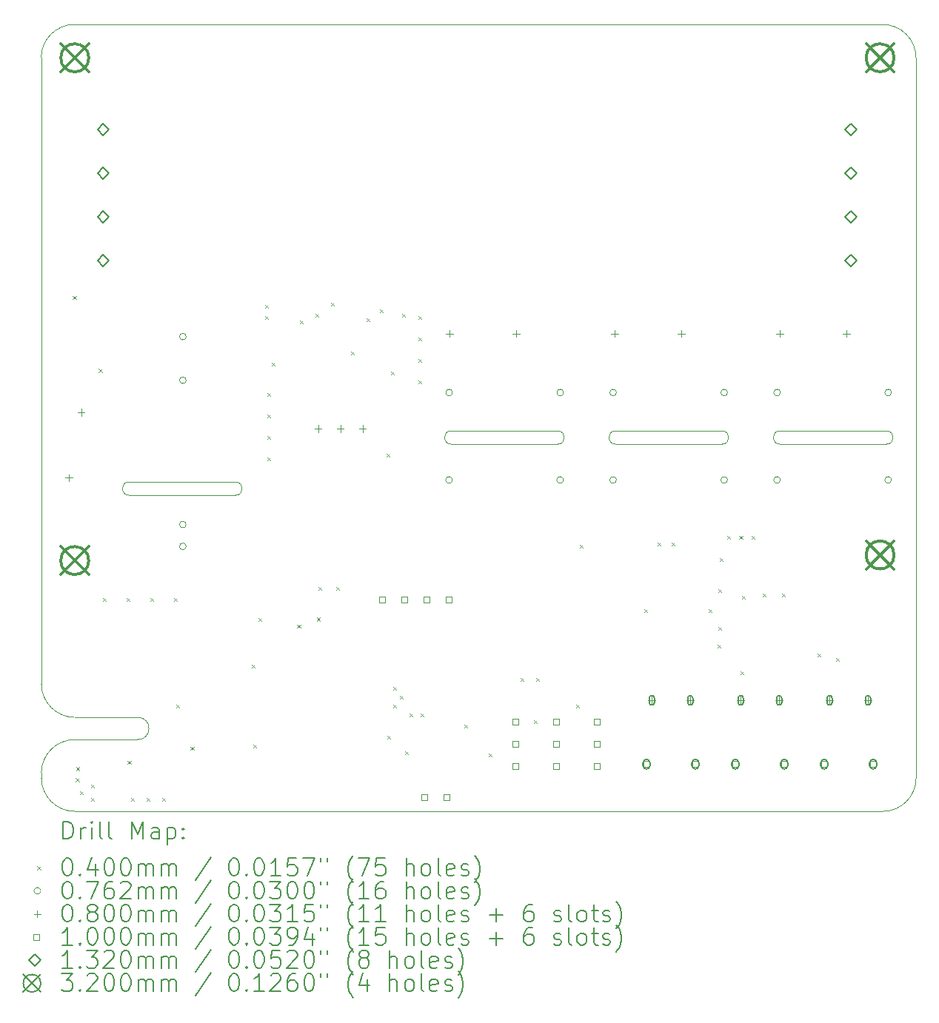
<source format=gbr>
%FSLAX45Y45*%
G04 Gerber Fmt 4.5, Leading zero omitted, Abs format (unit mm)*
G04 Created by KiCad (PCBNEW 6.0.4-6f826c9f35~116~ubuntu20.04.1) date 2022-05-05 18:34:53*
%MOMM*%
%LPD*%
G01*
G04 APERTURE LIST*
%TA.AperFunction,Profile*%
%ADD10C,0.100000*%
%TD*%
%ADD11C,0.200000*%
%ADD12C,0.040000*%
%ADD13C,0.076200*%
%ADD14C,0.080000*%
%ADD15C,0.100000*%
%ADD16C,0.132000*%
%ADD17C,0.320000*%
G04 APERTURE END LIST*
D10*
X17627600Y-9499600D02*
X16408400Y-9499600D01*
X19464592Y-13699592D02*
G75*
G03*
X19845592Y-13318592I-2J381002D01*
G01*
X15748000Y-9347200D02*
X14528800Y-9347200D01*
X12065000Y-9931400D02*
X10845800Y-9931400D01*
X10947400Y-12877800D02*
G75*
G03*
X10947400Y-12623800I0J127000D01*
G01*
X10845800Y-9931400D02*
G75*
G03*
X10845800Y-10083800I0J-76200D01*
G01*
X17627600Y-9499600D02*
G75*
G03*
X17627600Y-9347200I0J76200D01*
G01*
X17627600Y-9347200D02*
X16408400Y-9347200D01*
X19845592Y-13318592D02*
X19844852Y-5080000D01*
X19507200Y-9499600D02*
X18288000Y-9499600D01*
X16408400Y-9347200D02*
G75*
G03*
X16408400Y-9499600I0J-76200D01*
G01*
X10226408Y-12623592D02*
X10947400Y-12623800D01*
X9844408Y-13259408D02*
X9845408Y-13317592D01*
X14528800Y-9347200D02*
G75*
G03*
X14528800Y-9499600I0J-76200D01*
G01*
X12065000Y-10083800D02*
X10845800Y-10083800D01*
X15748000Y-9499600D02*
X14528800Y-9499600D01*
X15748000Y-9499600D02*
G75*
G03*
X15748000Y-9347200I0J76200D01*
G01*
X9842500Y-5080000D02*
X9845408Y-12242592D01*
X18288000Y-9347200D02*
G75*
G03*
X18288000Y-9499600I0J-76200D01*
G01*
X10223500Y-4699000D02*
G75*
G03*
X9842500Y-5080000I0J-381000D01*
G01*
X10225408Y-12878408D02*
G75*
G03*
X9844408Y-13259408I2J-381002D01*
G01*
X10226408Y-13698592D02*
X19464592Y-13699592D01*
X12065000Y-10083800D02*
G75*
G03*
X12065000Y-9931400I0J76200D01*
G01*
X19463852Y-4699000D02*
X10223500Y-4699000D01*
X10947400Y-12877800D02*
X10225408Y-12878408D01*
X19507200Y-9499600D02*
G75*
G03*
X19507200Y-9347200I0J76200D01*
G01*
X19507200Y-9347200D02*
X18288000Y-9347200D01*
X9845408Y-13317592D02*
G75*
G03*
X10226408Y-13698592I381002J2D01*
G01*
X9845408Y-12242592D02*
G75*
G03*
X10226408Y-12623592I381002J2D01*
G01*
X19844850Y-5080000D02*
G75*
G03*
X19463852Y-4699000I-381000J0D01*
G01*
D11*
D12*
X10201400Y-7803200D02*
X10241400Y-7843200D01*
X10241400Y-7803200D02*
X10201400Y-7843200D01*
X10235190Y-13318390D02*
X10275190Y-13358390D01*
X10275190Y-13318390D02*
X10235190Y-13358390D01*
X10241400Y-13189000D02*
X10281400Y-13229000D01*
X10281400Y-13189000D02*
X10241400Y-13229000D01*
X10282600Y-13467400D02*
X10322600Y-13507400D01*
X10322600Y-13467400D02*
X10282600Y-13507400D01*
X10409600Y-13391200D02*
X10449600Y-13431200D01*
X10449600Y-13391200D02*
X10409600Y-13431200D01*
X10409600Y-13543600D02*
X10449600Y-13583600D01*
X10449600Y-13543600D02*
X10409600Y-13583600D01*
X10501400Y-8639000D02*
X10541400Y-8679000D01*
X10541400Y-8639000D02*
X10501400Y-8679000D01*
X10546400Y-11257600D02*
X10586400Y-11297600D01*
X10586400Y-11257600D02*
X10546400Y-11297600D01*
X10817333Y-11257600D02*
X10857333Y-11297600D01*
X10857333Y-11257600D02*
X10817333Y-11297600D01*
X10831400Y-13119000D02*
X10871400Y-13159000D01*
X10871400Y-13119000D02*
X10831400Y-13159000D01*
X10866800Y-13543600D02*
X10906800Y-13583600D01*
X10906800Y-13543600D02*
X10866800Y-13583600D01*
X11044600Y-13543600D02*
X11084600Y-13583600D01*
X11084600Y-13543600D02*
X11044600Y-13583600D01*
X11088267Y-11257600D02*
X11128267Y-11297600D01*
X11128267Y-11257600D02*
X11088267Y-11297600D01*
X11222400Y-13543600D02*
X11262400Y-13583600D01*
X11262400Y-13543600D02*
X11222400Y-13583600D01*
X11359200Y-11257600D02*
X11399200Y-11297600D01*
X11399200Y-11257600D02*
X11359200Y-11297600D01*
X11384600Y-12476800D02*
X11424600Y-12516800D01*
X11424600Y-12476800D02*
X11384600Y-12516800D01*
X11551400Y-12959000D02*
X11591400Y-12999000D01*
X11591400Y-12959000D02*
X11551400Y-12999000D01*
X12248200Y-12019600D02*
X12288200Y-12059600D01*
X12288200Y-12019600D02*
X12248200Y-12059600D01*
X12263800Y-12934000D02*
X12303800Y-12974000D01*
X12303800Y-12934000D02*
X12263800Y-12974000D01*
X12324400Y-11486200D02*
X12364400Y-11526200D01*
X12364400Y-11486200D02*
X12324400Y-11526200D01*
X12400600Y-7904800D02*
X12440600Y-7944800D01*
X12440600Y-7904800D02*
X12400600Y-7944800D01*
X12400600Y-8031800D02*
X12440600Y-8071800D01*
X12440600Y-8031800D02*
X12400600Y-8071800D01*
X12426000Y-8912333D02*
X12466000Y-8952333D01*
X12466000Y-8912333D02*
X12426000Y-8952333D01*
X12426000Y-9157867D02*
X12466000Y-9197867D01*
X12466000Y-9157867D02*
X12426000Y-9197867D01*
X12426000Y-9403400D02*
X12466000Y-9443400D01*
X12466000Y-9403400D02*
X12426000Y-9443400D01*
X12426000Y-9648933D02*
X12466000Y-9688933D01*
X12466000Y-9648933D02*
X12426000Y-9688933D01*
X12476800Y-8565200D02*
X12516800Y-8605200D01*
X12516800Y-8565200D02*
X12476800Y-8605200D01*
X12769000Y-11562400D02*
X12809000Y-11602400D01*
X12809000Y-11562400D02*
X12769000Y-11602400D01*
X12797200Y-8082600D02*
X12837200Y-8122600D01*
X12837200Y-8082600D02*
X12797200Y-8122600D01*
X12975000Y-8006400D02*
X13015000Y-8046400D01*
X13015000Y-8006400D02*
X12975000Y-8046400D01*
X12992000Y-11479000D02*
X13032000Y-11519000D01*
X13032000Y-11479000D02*
X12992000Y-11519000D01*
X13010200Y-11130600D02*
X13050200Y-11170600D01*
X13050200Y-11130600D02*
X13010200Y-11170600D01*
X13152800Y-7879400D02*
X13192800Y-7919400D01*
X13192800Y-7879400D02*
X13152800Y-7919400D01*
X13213400Y-11130600D02*
X13253400Y-11170600D01*
X13253400Y-11130600D02*
X13213400Y-11170600D01*
X13381400Y-8438200D02*
X13421400Y-8478200D01*
X13421400Y-8438200D02*
X13381400Y-8478200D01*
X13559200Y-8057200D02*
X13599200Y-8097200D01*
X13599200Y-8057200D02*
X13559200Y-8097200D01*
X13711600Y-7955600D02*
X13751600Y-7995600D01*
X13751600Y-7955600D02*
X13711600Y-7995600D01*
X13787800Y-9606600D02*
X13827800Y-9646600D01*
X13827800Y-9606600D02*
X13787800Y-9646600D01*
X13797600Y-12832400D02*
X13837600Y-12872400D01*
X13837600Y-12832400D02*
X13797600Y-12872400D01*
X13838600Y-8666800D02*
X13878600Y-8706800D01*
X13878600Y-8666800D02*
X13838600Y-8706800D01*
X13864000Y-12273600D02*
X13904000Y-12313600D01*
X13904000Y-12273600D02*
X13864000Y-12313600D01*
X13864000Y-12476800D02*
X13904000Y-12516800D01*
X13904000Y-12476800D02*
X13864000Y-12516800D01*
X13940200Y-12375200D02*
X13980200Y-12415200D01*
X13980200Y-12375200D02*
X13940200Y-12415200D01*
X13965600Y-8006400D02*
X14005600Y-8046400D01*
X14005600Y-8006400D02*
X13965600Y-8046400D01*
X14000800Y-13010200D02*
X14040800Y-13050200D01*
X14040800Y-13010200D02*
X14000800Y-13050200D01*
X14051600Y-12578400D02*
X14091600Y-12618400D01*
X14091600Y-12578400D02*
X14051600Y-12618400D01*
X14153200Y-8031800D02*
X14193200Y-8071800D01*
X14193200Y-8031800D02*
X14153200Y-8071800D01*
X14153200Y-8277333D02*
X14193200Y-8317333D01*
X14193200Y-8277333D02*
X14153200Y-8317333D01*
X14153200Y-8522867D02*
X14193200Y-8562867D01*
X14193200Y-8522867D02*
X14153200Y-8562867D01*
X14153200Y-8768400D02*
X14193200Y-8808400D01*
X14193200Y-8768400D02*
X14153200Y-8808400D01*
X14178600Y-12578400D02*
X14218600Y-12618400D01*
X14218600Y-12578400D02*
X14178600Y-12618400D01*
X14677230Y-12704970D02*
X14717230Y-12744970D01*
X14717230Y-12704970D02*
X14677230Y-12744970D01*
X14956200Y-13035600D02*
X14996200Y-13075600D01*
X14996200Y-13035600D02*
X14956200Y-13075600D01*
X15321600Y-12172000D02*
X15361600Y-12212000D01*
X15361600Y-12172000D02*
X15321600Y-12212000D01*
X15474000Y-12654600D02*
X15514000Y-12694600D01*
X15514000Y-12654600D02*
X15474000Y-12694600D01*
X15499400Y-12172000D02*
X15539400Y-12212000D01*
X15539400Y-12172000D02*
X15499400Y-12212000D01*
X15956600Y-12476800D02*
X15996600Y-12516800D01*
X15996600Y-12476800D02*
X15956600Y-12516800D01*
X15997600Y-10648000D02*
X16037600Y-10688000D01*
X16037600Y-10648000D02*
X15997600Y-10688000D01*
X16734200Y-11384600D02*
X16774200Y-11424600D01*
X16774200Y-11384600D02*
X16734200Y-11424600D01*
X16886600Y-10622600D02*
X16926600Y-10662600D01*
X16926600Y-10622600D02*
X16886600Y-10662600D01*
X17048800Y-10622600D02*
X17088800Y-10662600D01*
X17088800Y-10622600D02*
X17048800Y-10662600D01*
X17470800Y-11384600D02*
X17510800Y-11424600D01*
X17510800Y-11384600D02*
X17470800Y-11424600D01*
X17572400Y-11791000D02*
X17612400Y-11831000D01*
X17612400Y-11791000D02*
X17572400Y-11831000D01*
X17582200Y-11156000D02*
X17622200Y-11196000D01*
X17622200Y-11156000D02*
X17582200Y-11196000D01*
X17582200Y-11587800D02*
X17622200Y-11627800D01*
X17622200Y-11587800D02*
X17582200Y-11627800D01*
X17597800Y-10800400D02*
X17637800Y-10840400D01*
X17637800Y-10800400D02*
X17597800Y-10840400D01*
X17683800Y-10546400D02*
X17723800Y-10586400D01*
X17723800Y-10546400D02*
X17683800Y-10586400D01*
X17823500Y-10546400D02*
X17863500Y-10586400D01*
X17863500Y-10546400D02*
X17823500Y-10586400D01*
X17836200Y-12095800D02*
X17876200Y-12135800D01*
X17876200Y-12095800D02*
X17836200Y-12135800D01*
X17851800Y-11232200D02*
X17891800Y-11272200D01*
X17891800Y-11232200D02*
X17851800Y-11272200D01*
X17963200Y-10546400D02*
X18003200Y-10586400D01*
X18003200Y-10546400D02*
X17963200Y-10586400D01*
X18090200Y-11206800D02*
X18130200Y-11246800D01*
X18130200Y-11206800D02*
X18090200Y-11246800D01*
X18309000Y-11206800D02*
X18349000Y-11246800D01*
X18349000Y-11206800D02*
X18309000Y-11246800D01*
X18715400Y-11892600D02*
X18755400Y-11932600D01*
X18755400Y-11892600D02*
X18715400Y-11932600D01*
X18928400Y-11943400D02*
X18968400Y-11983400D01*
X18968400Y-11943400D02*
X18928400Y-11983400D01*
D13*
X11500000Y-8268500D02*
G75*
G03*
X11500000Y-8268500I-38100J0D01*
G01*
X11500000Y-8768500D02*
G75*
G03*
X11500000Y-8768500I-38100J0D01*
G01*
X11500000Y-10418500D02*
G75*
G03*
X11500000Y-10418500I-38100J0D01*
G01*
X11500000Y-10668500D02*
G75*
G03*
X11500000Y-10668500I-38100J0D01*
G01*
X14544500Y-8909000D02*
G75*
G03*
X14544500Y-8909000I-38100J0D01*
G01*
X14544500Y-9909000D02*
G75*
G03*
X14544500Y-9909000I-38100J0D01*
G01*
X15814500Y-8909000D02*
G75*
G03*
X15814500Y-8909000I-38100J0D01*
G01*
X15814500Y-9909000D02*
G75*
G03*
X15814500Y-9909000I-38100J0D01*
G01*
X16419500Y-8909000D02*
G75*
G03*
X16419500Y-8909000I-38100J0D01*
G01*
X16419500Y-9909000D02*
G75*
G03*
X16419500Y-9909000I-38100J0D01*
G01*
X17689500Y-8909000D02*
G75*
G03*
X17689500Y-8909000I-38100J0D01*
G01*
X17689500Y-9909000D02*
G75*
G03*
X17689500Y-9909000I-38100J0D01*
G01*
X18294500Y-8909000D02*
G75*
G03*
X18294500Y-8909000I-38100J0D01*
G01*
X18294500Y-9909000D02*
G75*
G03*
X18294500Y-9909000I-38100J0D01*
G01*
X19564500Y-8909000D02*
G75*
G03*
X19564500Y-8909000I-38100J0D01*
G01*
X19564500Y-9909000D02*
G75*
G03*
X19564500Y-9909000I-38100J0D01*
G01*
D14*
X10159600Y-9843600D02*
X10159600Y-9923600D01*
X10119600Y-9883600D02*
X10199600Y-9883600D01*
X10299600Y-9093600D02*
X10299600Y-9173600D01*
X10259600Y-9133600D02*
X10339600Y-9133600D01*
X13008500Y-9282200D02*
X13008500Y-9362200D01*
X12968500Y-9322200D02*
X13048500Y-9322200D01*
X13262500Y-9282200D02*
X13262500Y-9362200D01*
X13222500Y-9322200D02*
X13302500Y-9322200D01*
X13516500Y-9282200D02*
X13516500Y-9362200D01*
X13476500Y-9322200D02*
X13556500Y-9322200D01*
X14510200Y-8194000D02*
X14510200Y-8274000D01*
X14470200Y-8234000D02*
X14550200Y-8234000D01*
X15272200Y-8194000D02*
X15272200Y-8274000D01*
X15232200Y-8234000D02*
X15312200Y-8234000D01*
X16397800Y-8194000D02*
X16397800Y-8274000D01*
X16357800Y-8234000D02*
X16437800Y-8234000D01*
X16823200Y-12389300D02*
X16823200Y-12469300D01*
X16783200Y-12429300D02*
X16863200Y-12429300D01*
D11*
X16793200Y-12404300D02*
X16793200Y-12454300D01*
X16853200Y-12404300D02*
X16853200Y-12454300D01*
X16793200Y-12454300D02*
G75*
G03*
X16853200Y-12454300I30000J0D01*
G01*
X16853200Y-12404300D02*
G75*
G03*
X16793200Y-12404300I-30000J0D01*
G01*
D14*
X17159800Y-8194000D02*
X17159800Y-8274000D01*
X17119800Y-8234000D02*
X17199800Y-8234000D01*
X17263200Y-12389300D02*
X17263200Y-12469300D01*
X17223200Y-12429300D02*
X17303200Y-12429300D01*
D11*
X17233200Y-12404300D02*
X17233200Y-12454300D01*
X17293200Y-12404300D02*
X17293200Y-12454300D01*
X17233200Y-12454300D02*
G75*
G03*
X17293200Y-12454300I30000J0D01*
G01*
X17293200Y-12404300D02*
G75*
G03*
X17233200Y-12404300I-30000J0D01*
G01*
D14*
X17839200Y-12389300D02*
X17839200Y-12469300D01*
X17799200Y-12429300D02*
X17879200Y-12429300D01*
D11*
X17809200Y-12404300D02*
X17809200Y-12454300D01*
X17869200Y-12404300D02*
X17869200Y-12454300D01*
X17809200Y-12454300D02*
G75*
G03*
X17869200Y-12454300I30000J0D01*
G01*
X17869200Y-12404300D02*
G75*
G03*
X17809200Y-12404300I-30000J0D01*
G01*
D14*
X18279200Y-12389300D02*
X18279200Y-12469300D01*
X18239200Y-12429300D02*
X18319200Y-12429300D01*
D11*
X18249200Y-12404300D02*
X18249200Y-12454300D01*
X18309200Y-12404300D02*
X18309200Y-12454300D01*
X18249200Y-12454300D02*
G75*
G03*
X18309200Y-12454300I30000J0D01*
G01*
X18309200Y-12404300D02*
G75*
G03*
X18249200Y-12404300I-30000J0D01*
G01*
D14*
X18285400Y-8194000D02*
X18285400Y-8274000D01*
X18245400Y-8234000D02*
X18325400Y-8234000D01*
X18855200Y-12389300D02*
X18855200Y-12469300D01*
X18815200Y-12429300D02*
X18895200Y-12429300D01*
D11*
X18825200Y-12404300D02*
X18825200Y-12454300D01*
X18885200Y-12404300D02*
X18885200Y-12454300D01*
X18825200Y-12454300D02*
G75*
G03*
X18885200Y-12454300I30000J0D01*
G01*
X18885200Y-12404300D02*
G75*
G03*
X18825200Y-12404300I-30000J0D01*
G01*
D14*
X19047400Y-8194000D02*
X19047400Y-8274000D01*
X19007400Y-8234000D02*
X19087400Y-8234000D01*
X19295200Y-12389300D02*
X19295200Y-12469300D01*
X19255200Y-12429300D02*
X19335200Y-12429300D01*
D11*
X19265200Y-12404300D02*
X19265200Y-12454300D01*
X19325200Y-12404300D02*
X19325200Y-12454300D01*
X19265200Y-12454300D02*
G75*
G03*
X19325200Y-12454300I30000J0D01*
G01*
X19325200Y-12404300D02*
G75*
G03*
X19265200Y-12404300I-30000J0D01*
G01*
D15*
X13777756Y-11312956D02*
X13777756Y-11242244D01*
X13707044Y-11242244D01*
X13707044Y-11312956D01*
X13777756Y-11312956D01*
X14031756Y-11312956D02*
X14031756Y-11242244D01*
X13961044Y-11242244D01*
X13961044Y-11312956D01*
X14031756Y-11312956D01*
X14259356Y-13573556D02*
X14259356Y-13502844D01*
X14188644Y-13502844D01*
X14188644Y-13573556D01*
X14259356Y-13573556D01*
X14285756Y-11312956D02*
X14285756Y-11242244D01*
X14215044Y-11242244D01*
X14215044Y-11312956D01*
X14285756Y-11312956D01*
X14513356Y-13573556D02*
X14513356Y-13502844D01*
X14442644Y-13502844D01*
X14442644Y-13573556D01*
X14513356Y-13573556D01*
X14539756Y-11312956D02*
X14539756Y-11242244D01*
X14469044Y-11242244D01*
X14469044Y-11312956D01*
X14539756Y-11312956D01*
X15300756Y-12709956D02*
X15300756Y-12639244D01*
X15230044Y-12639244D01*
X15230044Y-12709956D01*
X15300756Y-12709956D01*
X15300756Y-12963956D02*
X15300756Y-12893244D01*
X15230044Y-12893244D01*
X15230044Y-12963956D01*
X15300756Y-12963956D01*
X15300756Y-13217956D02*
X15300756Y-13147244D01*
X15230044Y-13147244D01*
X15230044Y-13217956D01*
X15300756Y-13217956D01*
X15765756Y-12709956D02*
X15765756Y-12639244D01*
X15695044Y-12639244D01*
X15695044Y-12709956D01*
X15765756Y-12709956D01*
X15765756Y-12963956D02*
X15765756Y-12893244D01*
X15695044Y-12893244D01*
X15695044Y-12963956D01*
X15765756Y-12963956D01*
X15765756Y-13217956D02*
X15765756Y-13147244D01*
X15695044Y-13147244D01*
X15695044Y-13217956D01*
X15765756Y-13217956D01*
X16230756Y-12709956D02*
X16230756Y-12639244D01*
X16160044Y-12639244D01*
X16160044Y-12709956D01*
X16230756Y-12709956D01*
X16230756Y-12963956D02*
X16230756Y-12893244D01*
X16160044Y-12893244D01*
X16160044Y-12963956D01*
X16230756Y-12963956D01*
X16230756Y-13217956D02*
X16230756Y-13147244D01*
X16160044Y-13147244D01*
X16160044Y-13217956D01*
X16230756Y-13217956D01*
X16798556Y-13194656D02*
X16798556Y-13123944D01*
X16727844Y-13123944D01*
X16727844Y-13194656D01*
X16798556Y-13194656D01*
D11*
X16723200Y-13144300D02*
X16723200Y-13174300D01*
X16803200Y-13144300D02*
X16803200Y-13174300D01*
X16723200Y-13174300D02*
G75*
G03*
X16803200Y-13174300I40000J0D01*
G01*
X16803200Y-13144300D02*
G75*
G03*
X16723200Y-13144300I-40000J0D01*
G01*
D15*
X17358556Y-13194656D02*
X17358556Y-13123944D01*
X17287844Y-13123944D01*
X17287844Y-13194656D01*
X17358556Y-13194656D01*
D11*
X17283200Y-13144300D02*
X17283200Y-13174300D01*
X17363200Y-13144300D02*
X17363200Y-13174300D01*
X17283200Y-13174300D02*
G75*
G03*
X17363200Y-13174300I40000J0D01*
G01*
X17363200Y-13144300D02*
G75*
G03*
X17283200Y-13144300I-40000J0D01*
G01*
D15*
X17814556Y-13194656D02*
X17814556Y-13123944D01*
X17743844Y-13123944D01*
X17743844Y-13194656D01*
X17814556Y-13194656D01*
D11*
X17739200Y-13144300D02*
X17739200Y-13174300D01*
X17819200Y-13144300D02*
X17819200Y-13174300D01*
X17739200Y-13174300D02*
G75*
G03*
X17819200Y-13174300I40000J0D01*
G01*
X17819200Y-13144300D02*
G75*
G03*
X17739200Y-13144300I-40000J0D01*
G01*
D15*
X18374556Y-13194656D02*
X18374556Y-13123944D01*
X18303844Y-13123944D01*
X18303844Y-13194656D01*
X18374556Y-13194656D01*
D11*
X18299200Y-13144300D02*
X18299200Y-13174300D01*
X18379200Y-13144300D02*
X18379200Y-13174300D01*
X18299200Y-13174300D02*
G75*
G03*
X18379200Y-13174300I40000J0D01*
G01*
X18379200Y-13144300D02*
G75*
G03*
X18299200Y-13144300I-40000J0D01*
G01*
D15*
X18830556Y-13194656D02*
X18830556Y-13123944D01*
X18759844Y-13123944D01*
X18759844Y-13194656D01*
X18830556Y-13194656D01*
D11*
X18755200Y-13144300D02*
X18755200Y-13174300D01*
X18835200Y-13144300D02*
X18835200Y-13174300D01*
X18755200Y-13174300D02*
G75*
G03*
X18835200Y-13174300I40000J0D01*
G01*
X18835200Y-13144300D02*
G75*
G03*
X18755200Y-13144300I-40000J0D01*
G01*
D15*
X19390556Y-13194656D02*
X19390556Y-13123944D01*
X19319844Y-13123944D01*
X19319844Y-13194656D01*
X19390556Y-13194656D01*
D11*
X19315200Y-13144300D02*
X19315200Y-13174300D01*
X19395200Y-13144300D02*
X19395200Y-13174300D01*
X19315200Y-13174300D02*
G75*
G03*
X19395200Y-13174300I40000J0D01*
G01*
X19395200Y-13144300D02*
G75*
G03*
X19315200Y-13144300I-40000J0D01*
G01*
D16*
X10551400Y-5965000D02*
X10617400Y-5899000D01*
X10551400Y-5833000D01*
X10485400Y-5899000D01*
X10551400Y-5965000D01*
X10551400Y-6465000D02*
X10617400Y-6399000D01*
X10551400Y-6333000D01*
X10485400Y-6399000D01*
X10551400Y-6465000D01*
X10551400Y-6965000D02*
X10617400Y-6899000D01*
X10551400Y-6833000D01*
X10485400Y-6899000D01*
X10551400Y-6965000D01*
X10551400Y-7465000D02*
X10617400Y-7399000D01*
X10551400Y-7333000D01*
X10485400Y-7399000D01*
X10551400Y-7465000D01*
X19101400Y-5967500D02*
X19167400Y-5901500D01*
X19101400Y-5835500D01*
X19035400Y-5901500D01*
X19101400Y-5967500D01*
X19101400Y-6467500D02*
X19167400Y-6401500D01*
X19101400Y-6335500D01*
X19035400Y-6401500D01*
X19101400Y-6467500D01*
X19101400Y-6967500D02*
X19167400Y-6901500D01*
X19101400Y-6835500D01*
X19035400Y-6901500D01*
X19101400Y-6967500D01*
X19101400Y-7467500D02*
X19167400Y-7401500D01*
X19101400Y-7335500D01*
X19035400Y-7401500D01*
X19101400Y-7467500D01*
D17*
X10066400Y-4920000D02*
X10386400Y-5240000D01*
X10386400Y-4920000D02*
X10066400Y-5240000D01*
X10386400Y-5080000D02*
G75*
G03*
X10386400Y-5080000I-160000J0D01*
G01*
X10066400Y-10670000D02*
X10386400Y-10990000D01*
X10386400Y-10670000D02*
X10066400Y-10990000D01*
X10386400Y-10830000D02*
G75*
G03*
X10386400Y-10830000I-160000J0D01*
G01*
X19273900Y-4920000D02*
X19593900Y-5240000D01*
X19593900Y-4920000D02*
X19273900Y-5240000D01*
X19593900Y-5080000D02*
G75*
G03*
X19593900Y-5080000I-160000J0D01*
G01*
X19273900Y-10606500D02*
X19593900Y-10926500D01*
X19593900Y-10606500D02*
X19273900Y-10926500D01*
X19593900Y-10766500D02*
G75*
G03*
X19593900Y-10766500I-160000J0D01*
G01*
D11*
X10095119Y-14015068D02*
X10095119Y-13815068D01*
X10142738Y-13815068D01*
X10171310Y-13824592D01*
X10190357Y-13843640D01*
X10199881Y-13862687D01*
X10209405Y-13900783D01*
X10209405Y-13929354D01*
X10199881Y-13967449D01*
X10190357Y-13986497D01*
X10171310Y-14005545D01*
X10142738Y-14015068D01*
X10095119Y-14015068D01*
X10295119Y-14015068D02*
X10295119Y-13881735D01*
X10295119Y-13919830D02*
X10304643Y-13900783D01*
X10314167Y-13891259D01*
X10333214Y-13881735D01*
X10352262Y-13881735D01*
X10418929Y-14015068D02*
X10418929Y-13881735D01*
X10418929Y-13815068D02*
X10409405Y-13824592D01*
X10418929Y-13834116D01*
X10428452Y-13824592D01*
X10418929Y-13815068D01*
X10418929Y-13834116D01*
X10542738Y-14015068D02*
X10523690Y-14005545D01*
X10514167Y-13986497D01*
X10514167Y-13815068D01*
X10647500Y-14015068D02*
X10628452Y-14005545D01*
X10618929Y-13986497D01*
X10618929Y-13815068D01*
X10876071Y-14015068D02*
X10876071Y-13815068D01*
X10942738Y-13957926D01*
X11009405Y-13815068D01*
X11009405Y-14015068D01*
X11190357Y-14015068D02*
X11190357Y-13910306D01*
X11180833Y-13891259D01*
X11161786Y-13881735D01*
X11123690Y-13881735D01*
X11104643Y-13891259D01*
X11190357Y-14005545D02*
X11171310Y-14015068D01*
X11123690Y-14015068D01*
X11104643Y-14005545D01*
X11095119Y-13986497D01*
X11095119Y-13967449D01*
X11104643Y-13948402D01*
X11123690Y-13938878D01*
X11171310Y-13938878D01*
X11190357Y-13929354D01*
X11285595Y-13881735D02*
X11285595Y-14081735D01*
X11285595Y-13891259D02*
X11304643Y-13881735D01*
X11342738Y-13881735D01*
X11361786Y-13891259D01*
X11371309Y-13900783D01*
X11380833Y-13919830D01*
X11380833Y-13976973D01*
X11371309Y-13996021D01*
X11361786Y-14005545D01*
X11342738Y-14015068D01*
X11304643Y-14015068D01*
X11285595Y-14005545D01*
X11466548Y-13996021D02*
X11476071Y-14005545D01*
X11466548Y-14015068D01*
X11457024Y-14005545D01*
X11466548Y-13996021D01*
X11466548Y-14015068D01*
X11466548Y-13891259D02*
X11476071Y-13900783D01*
X11466548Y-13910306D01*
X11457024Y-13900783D01*
X11466548Y-13891259D01*
X11466548Y-13910306D01*
D12*
X9797500Y-14324592D02*
X9837500Y-14364592D01*
X9837500Y-14324592D02*
X9797500Y-14364592D01*
D11*
X10133214Y-14235068D02*
X10152262Y-14235068D01*
X10171310Y-14244592D01*
X10180833Y-14254116D01*
X10190357Y-14273164D01*
X10199881Y-14311259D01*
X10199881Y-14358878D01*
X10190357Y-14396973D01*
X10180833Y-14416021D01*
X10171310Y-14425545D01*
X10152262Y-14435068D01*
X10133214Y-14435068D01*
X10114167Y-14425545D01*
X10104643Y-14416021D01*
X10095119Y-14396973D01*
X10085595Y-14358878D01*
X10085595Y-14311259D01*
X10095119Y-14273164D01*
X10104643Y-14254116D01*
X10114167Y-14244592D01*
X10133214Y-14235068D01*
X10285595Y-14416021D02*
X10295119Y-14425545D01*
X10285595Y-14435068D01*
X10276071Y-14425545D01*
X10285595Y-14416021D01*
X10285595Y-14435068D01*
X10466548Y-14301735D02*
X10466548Y-14435068D01*
X10418929Y-14225545D02*
X10371310Y-14368402D01*
X10495119Y-14368402D01*
X10609405Y-14235068D02*
X10628452Y-14235068D01*
X10647500Y-14244592D01*
X10657024Y-14254116D01*
X10666548Y-14273164D01*
X10676071Y-14311259D01*
X10676071Y-14358878D01*
X10666548Y-14396973D01*
X10657024Y-14416021D01*
X10647500Y-14425545D01*
X10628452Y-14435068D01*
X10609405Y-14435068D01*
X10590357Y-14425545D01*
X10580833Y-14416021D01*
X10571310Y-14396973D01*
X10561786Y-14358878D01*
X10561786Y-14311259D01*
X10571310Y-14273164D01*
X10580833Y-14254116D01*
X10590357Y-14244592D01*
X10609405Y-14235068D01*
X10799881Y-14235068D02*
X10818929Y-14235068D01*
X10837976Y-14244592D01*
X10847500Y-14254116D01*
X10857024Y-14273164D01*
X10866548Y-14311259D01*
X10866548Y-14358878D01*
X10857024Y-14396973D01*
X10847500Y-14416021D01*
X10837976Y-14425545D01*
X10818929Y-14435068D01*
X10799881Y-14435068D01*
X10780833Y-14425545D01*
X10771310Y-14416021D01*
X10761786Y-14396973D01*
X10752262Y-14358878D01*
X10752262Y-14311259D01*
X10761786Y-14273164D01*
X10771310Y-14254116D01*
X10780833Y-14244592D01*
X10799881Y-14235068D01*
X10952262Y-14435068D02*
X10952262Y-14301735D01*
X10952262Y-14320783D02*
X10961786Y-14311259D01*
X10980833Y-14301735D01*
X11009405Y-14301735D01*
X11028452Y-14311259D01*
X11037976Y-14330306D01*
X11037976Y-14435068D01*
X11037976Y-14330306D02*
X11047500Y-14311259D01*
X11066548Y-14301735D01*
X11095119Y-14301735D01*
X11114167Y-14311259D01*
X11123690Y-14330306D01*
X11123690Y-14435068D01*
X11218928Y-14435068D02*
X11218928Y-14301735D01*
X11218928Y-14320783D02*
X11228452Y-14311259D01*
X11247500Y-14301735D01*
X11276071Y-14301735D01*
X11295119Y-14311259D01*
X11304643Y-14330306D01*
X11304643Y-14435068D01*
X11304643Y-14330306D02*
X11314167Y-14311259D01*
X11333214Y-14301735D01*
X11361786Y-14301735D01*
X11380833Y-14311259D01*
X11390357Y-14330306D01*
X11390357Y-14435068D01*
X11780833Y-14225545D02*
X11609405Y-14482687D01*
X12037976Y-14235068D02*
X12057024Y-14235068D01*
X12076071Y-14244592D01*
X12085595Y-14254116D01*
X12095119Y-14273164D01*
X12104643Y-14311259D01*
X12104643Y-14358878D01*
X12095119Y-14396973D01*
X12085595Y-14416021D01*
X12076071Y-14425545D01*
X12057024Y-14435068D01*
X12037976Y-14435068D01*
X12018928Y-14425545D01*
X12009405Y-14416021D01*
X11999881Y-14396973D01*
X11990357Y-14358878D01*
X11990357Y-14311259D01*
X11999881Y-14273164D01*
X12009405Y-14254116D01*
X12018928Y-14244592D01*
X12037976Y-14235068D01*
X12190357Y-14416021D02*
X12199881Y-14425545D01*
X12190357Y-14435068D01*
X12180833Y-14425545D01*
X12190357Y-14416021D01*
X12190357Y-14435068D01*
X12323690Y-14235068D02*
X12342738Y-14235068D01*
X12361786Y-14244592D01*
X12371309Y-14254116D01*
X12380833Y-14273164D01*
X12390357Y-14311259D01*
X12390357Y-14358878D01*
X12380833Y-14396973D01*
X12371309Y-14416021D01*
X12361786Y-14425545D01*
X12342738Y-14435068D01*
X12323690Y-14435068D01*
X12304643Y-14425545D01*
X12295119Y-14416021D01*
X12285595Y-14396973D01*
X12276071Y-14358878D01*
X12276071Y-14311259D01*
X12285595Y-14273164D01*
X12295119Y-14254116D01*
X12304643Y-14244592D01*
X12323690Y-14235068D01*
X12580833Y-14435068D02*
X12466548Y-14435068D01*
X12523690Y-14435068D02*
X12523690Y-14235068D01*
X12504643Y-14263640D01*
X12485595Y-14282687D01*
X12466548Y-14292211D01*
X12761786Y-14235068D02*
X12666548Y-14235068D01*
X12657024Y-14330306D01*
X12666548Y-14320783D01*
X12685595Y-14311259D01*
X12733214Y-14311259D01*
X12752262Y-14320783D01*
X12761786Y-14330306D01*
X12771309Y-14349354D01*
X12771309Y-14396973D01*
X12761786Y-14416021D01*
X12752262Y-14425545D01*
X12733214Y-14435068D01*
X12685595Y-14435068D01*
X12666548Y-14425545D01*
X12657024Y-14416021D01*
X12837976Y-14235068D02*
X12971309Y-14235068D01*
X12885595Y-14435068D01*
X13037976Y-14235068D02*
X13037976Y-14273164D01*
X13114167Y-14235068D02*
X13114167Y-14273164D01*
X13409405Y-14511259D02*
X13399881Y-14501735D01*
X13380833Y-14473164D01*
X13371309Y-14454116D01*
X13361786Y-14425545D01*
X13352262Y-14377926D01*
X13352262Y-14339830D01*
X13361786Y-14292211D01*
X13371309Y-14263640D01*
X13380833Y-14244592D01*
X13399881Y-14216021D01*
X13409405Y-14206497D01*
X13466548Y-14235068D02*
X13599881Y-14235068D01*
X13514167Y-14435068D01*
X13771309Y-14235068D02*
X13676071Y-14235068D01*
X13666548Y-14330306D01*
X13676071Y-14320783D01*
X13695119Y-14311259D01*
X13742738Y-14311259D01*
X13761786Y-14320783D01*
X13771309Y-14330306D01*
X13780833Y-14349354D01*
X13780833Y-14396973D01*
X13771309Y-14416021D01*
X13761786Y-14425545D01*
X13742738Y-14435068D01*
X13695119Y-14435068D01*
X13676071Y-14425545D01*
X13666548Y-14416021D01*
X14018928Y-14435068D02*
X14018928Y-14235068D01*
X14104643Y-14435068D02*
X14104643Y-14330306D01*
X14095119Y-14311259D01*
X14076071Y-14301735D01*
X14047500Y-14301735D01*
X14028452Y-14311259D01*
X14018928Y-14320783D01*
X14228452Y-14435068D02*
X14209405Y-14425545D01*
X14199881Y-14416021D01*
X14190357Y-14396973D01*
X14190357Y-14339830D01*
X14199881Y-14320783D01*
X14209405Y-14311259D01*
X14228452Y-14301735D01*
X14257024Y-14301735D01*
X14276071Y-14311259D01*
X14285595Y-14320783D01*
X14295119Y-14339830D01*
X14295119Y-14396973D01*
X14285595Y-14416021D01*
X14276071Y-14425545D01*
X14257024Y-14435068D01*
X14228452Y-14435068D01*
X14409405Y-14435068D02*
X14390357Y-14425545D01*
X14380833Y-14406497D01*
X14380833Y-14235068D01*
X14561786Y-14425545D02*
X14542738Y-14435068D01*
X14504643Y-14435068D01*
X14485595Y-14425545D01*
X14476071Y-14406497D01*
X14476071Y-14330306D01*
X14485595Y-14311259D01*
X14504643Y-14301735D01*
X14542738Y-14301735D01*
X14561786Y-14311259D01*
X14571309Y-14330306D01*
X14571309Y-14349354D01*
X14476071Y-14368402D01*
X14647500Y-14425545D02*
X14666548Y-14435068D01*
X14704643Y-14435068D01*
X14723690Y-14425545D01*
X14733214Y-14406497D01*
X14733214Y-14396973D01*
X14723690Y-14377926D01*
X14704643Y-14368402D01*
X14676071Y-14368402D01*
X14657024Y-14358878D01*
X14647500Y-14339830D01*
X14647500Y-14330306D01*
X14657024Y-14311259D01*
X14676071Y-14301735D01*
X14704643Y-14301735D01*
X14723690Y-14311259D01*
X14799881Y-14511259D02*
X14809405Y-14501735D01*
X14828452Y-14473164D01*
X14837976Y-14454116D01*
X14847500Y-14425545D01*
X14857024Y-14377926D01*
X14857024Y-14339830D01*
X14847500Y-14292211D01*
X14837976Y-14263640D01*
X14828452Y-14244592D01*
X14809405Y-14216021D01*
X14799881Y-14206497D01*
D13*
X9837500Y-14608592D02*
G75*
G03*
X9837500Y-14608592I-38100J0D01*
G01*
D11*
X10133214Y-14499068D02*
X10152262Y-14499068D01*
X10171310Y-14508592D01*
X10180833Y-14518116D01*
X10190357Y-14537164D01*
X10199881Y-14575259D01*
X10199881Y-14622878D01*
X10190357Y-14660973D01*
X10180833Y-14680021D01*
X10171310Y-14689545D01*
X10152262Y-14699068D01*
X10133214Y-14699068D01*
X10114167Y-14689545D01*
X10104643Y-14680021D01*
X10095119Y-14660973D01*
X10085595Y-14622878D01*
X10085595Y-14575259D01*
X10095119Y-14537164D01*
X10104643Y-14518116D01*
X10114167Y-14508592D01*
X10133214Y-14499068D01*
X10285595Y-14680021D02*
X10295119Y-14689545D01*
X10285595Y-14699068D01*
X10276071Y-14689545D01*
X10285595Y-14680021D01*
X10285595Y-14699068D01*
X10361786Y-14499068D02*
X10495119Y-14499068D01*
X10409405Y-14699068D01*
X10657024Y-14499068D02*
X10618929Y-14499068D01*
X10599881Y-14508592D01*
X10590357Y-14518116D01*
X10571310Y-14546687D01*
X10561786Y-14584783D01*
X10561786Y-14660973D01*
X10571310Y-14680021D01*
X10580833Y-14689545D01*
X10599881Y-14699068D01*
X10637976Y-14699068D01*
X10657024Y-14689545D01*
X10666548Y-14680021D01*
X10676071Y-14660973D01*
X10676071Y-14613354D01*
X10666548Y-14594306D01*
X10657024Y-14584783D01*
X10637976Y-14575259D01*
X10599881Y-14575259D01*
X10580833Y-14584783D01*
X10571310Y-14594306D01*
X10561786Y-14613354D01*
X10752262Y-14518116D02*
X10761786Y-14508592D01*
X10780833Y-14499068D01*
X10828452Y-14499068D01*
X10847500Y-14508592D01*
X10857024Y-14518116D01*
X10866548Y-14537164D01*
X10866548Y-14556211D01*
X10857024Y-14584783D01*
X10742738Y-14699068D01*
X10866548Y-14699068D01*
X10952262Y-14699068D02*
X10952262Y-14565735D01*
X10952262Y-14584783D02*
X10961786Y-14575259D01*
X10980833Y-14565735D01*
X11009405Y-14565735D01*
X11028452Y-14575259D01*
X11037976Y-14594306D01*
X11037976Y-14699068D01*
X11037976Y-14594306D02*
X11047500Y-14575259D01*
X11066548Y-14565735D01*
X11095119Y-14565735D01*
X11114167Y-14575259D01*
X11123690Y-14594306D01*
X11123690Y-14699068D01*
X11218928Y-14699068D02*
X11218928Y-14565735D01*
X11218928Y-14584783D02*
X11228452Y-14575259D01*
X11247500Y-14565735D01*
X11276071Y-14565735D01*
X11295119Y-14575259D01*
X11304643Y-14594306D01*
X11304643Y-14699068D01*
X11304643Y-14594306D02*
X11314167Y-14575259D01*
X11333214Y-14565735D01*
X11361786Y-14565735D01*
X11380833Y-14575259D01*
X11390357Y-14594306D01*
X11390357Y-14699068D01*
X11780833Y-14489545D02*
X11609405Y-14746687D01*
X12037976Y-14499068D02*
X12057024Y-14499068D01*
X12076071Y-14508592D01*
X12085595Y-14518116D01*
X12095119Y-14537164D01*
X12104643Y-14575259D01*
X12104643Y-14622878D01*
X12095119Y-14660973D01*
X12085595Y-14680021D01*
X12076071Y-14689545D01*
X12057024Y-14699068D01*
X12037976Y-14699068D01*
X12018928Y-14689545D01*
X12009405Y-14680021D01*
X11999881Y-14660973D01*
X11990357Y-14622878D01*
X11990357Y-14575259D01*
X11999881Y-14537164D01*
X12009405Y-14518116D01*
X12018928Y-14508592D01*
X12037976Y-14499068D01*
X12190357Y-14680021D02*
X12199881Y-14689545D01*
X12190357Y-14699068D01*
X12180833Y-14689545D01*
X12190357Y-14680021D01*
X12190357Y-14699068D01*
X12323690Y-14499068D02*
X12342738Y-14499068D01*
X12361786Y-14508592D01*
X12371309Y-14518116D01*
X12380833Y-14537164D01*
X12390357Y-14575259D01*
X12390357Y-14622878D01*
X12380833Y-14660973D01*
X12371309Y-14680021D01*
X12361786Y-14689545D01*
X12342738Y-14699068D01*
X12323690Y-14699068D01*
X12304643Y-14689545D01*
X12295119Y-14680021D01*
X12285595Y-14660973D01*
X12276071Y-14622878D01*
X12276071Y-14575259D01*
X12285595Y-14537164D01*
X12295119Y-14518116D01*
X12304643Y-14508592D01*
X12323690Y-14499068D01*
X12457024Y-14499068D02*
X12580833Y-14499068D01*
X12514167Y-14575259D01*
X12542738Y-14575259D01*
X12561786Y-14584783D01*
X12571309Y-14594306D01*
X12580833Y-14613354D01*
X12580833Y-14660973D01*
X12571309Y-14680021D01*
X12561786Y-14689545D01*
X12542738Y-14699068D01*
X12485595Y-14699068D01*
X12466548Y-14689545D01*
X12457024Y-14680021D01*
X12704643Y-14499068D02*
X12723690Y-14499068D01*
X12742738Y-14508592D01*
X12752262Y-14518116D01*
X12761786Y-14537164D01*
X12771309Y-14575259D01*
X12771309Y-14622878D01*
X12761786Y-14660973D01*
X12752262Y-14680021D01*
X12742738Y-14689545D01*
X12723690Y-14699068D01*
X12704643Y-14699068D01*
X12685595Y-14689545D01*
X12676071Y-14680021D01*
X12666548Y-14660973D01*
X12657024Y-14622878D01*
X12657024Y-14575259D01*
X12666548Y-14537164D01*
X12676071Y-14518116D01*
X12685595Y-14508592D01*
X12704643Y-14499068D01*
X12895119Y-14499068D02*
X12914167Y-14499068D01*
X12933214Y-14508592D01*
X12942738Y-14518116D01*
X12952262Y-14537164D01*
X12961786Y-14575259D01*
X12961786Y-14622878D01*
X12952262Y-14660973D01*
X12942738Y-14680021D01*
X12933214Y-14689545D01*
X12914167Y-14699068D01*
X12895119Y-14699068D01*
X12876071Y-14689545D01*
X12866548Y-14680021D01*
X12857024Y-14660973D01*
X12847500Y-14622878D01*
X12847500Y-14575259D01*
X12857024Y-14537164D01*
X12866548Y-14518116D01*
X12876071Y-14508592D01*
X12895119Y-14499068D01*
X13037976Y-14499068D02*
X13037976Y-14537164D01*
X13114167Y-14499068D02*
X13114167Y-14537164D01*
X13409405Y-14775259D02*
X13399881Y-14765735D01*
X13380833Y-14737164D01*
X13371309Y-14718116D01*
X13361786Y-14689545D01*
X13352262Y-14641926D01*
X13352262Y-14603830D01*
X13361786Y-14556211D01*
X13371309Y-14527640D01*
X13380833Y-14508592D01*
X13399881Y-14480021D01*
X13409405Y-14470497D01*
X13590357Y-14699068D02*
X13476071Y-14699068D01*
X13533214Y-14699068D02*
X13533214Y-14499068D01*
X13514167Y-14527640D01*
X13495119Y-14546687D01*
X13476071Y-14556211D01*
X13761786Y-14499068D02*
X13723690Y-14499068D01*
X13704643Y-14508592D01*
X13695119Y-14518116D01*
X13676071Y-14546687D01*
X13666548Y-14584783D01*
X13666548Y-14660973D01*
X13676071Y-14680021D01*
X13685595Y-14689545D01*
X13704643Y-14699068D01*
X13742738Y-14699068D01*
X13761786Y-14689545D01*
X13771309Y-14680021D01*
X13780833Y-14660973D01*
X13780833Y-14613354D01*
X13771309Y-14594306D01*
X13761786Y-14584783D01*
X13742738Y-14575259D01*
X13704643Y-14575259D01*
X13685595Y-14584783D01*
X13676071Y-14594306D01*
X13666548Y-14613354D01*
X14018928Y-14699068D02*
X14018928Y-14499068D01*
X14104643Y-14699068D02*
X14104643Y-14594306D01*
X14095119Y-14575259D01*
X14076071Y-14565735D01*
X14047500Y-14565735D01*
X14028452Y-14575259D01*
X14018928Y-14584783D01*
X14228452Y-14699068D02*
X14209405Y-14689545D01*
X14199881Y-14680021D01*
X14190357Y-14660973D01*
X14190357Y-14603830D01*
X14199881Y-14584783D01*
X14209405Y-14575259D01*
X14228452Y-14565735D01*
X14257024Y-14565735D01*
X14276071Y-14575259D01*
X14285595Y-14584783D01*
X14295119Y-14603830D01*
X14295119Y-14660973D01*
X14285595Y-14680021D01*
X14276071Y-14689545D01*
X14257024Y-14699068D01*
X14228452Y-14699068D01*
X14409405Y-14699068D02*
X14390357Y-14689545D01*
X14380833Y-14670497D01*
X14380833Y-14499068D01*
X14561786Y-14689545D02*
X14542738Y-14699068D01*
X14504643Y-14699068D01*
X14485595Y-14689545D01*
X14476071Y-14670497D01*
X14476071Y-14594306D01*
X14485595Y-14575259D01*
X14504643Y-14565735D01*
X14542738Y-14565735D01*
X14561786Y-14575259D01*
X14571309Y-14594306D01*
X14571309Y-14613354D01*
X14476071Y-14632402D01*
X14647500Y-14689545D02*
X14666548Y-14699068D01*
X14704643Y-14699068D01*
X14723690Y-14689545D01*
X14733214Y-14670497D01*
X14733214Y-14660973D01*
X14723690Y-14641926D01*
X14704643Y-14632402D01*
X14676071Y-14632402D01*
X14657024Y-14622878D01*
X14647500Y-14603830D01*
X14647500Y-14594306D01*
X14657024Y-14575259D01*
X14676071Y-14565735D01*
X14704643Y-14565735D01*
X14723690Y-14575259D01*
X14799881Y-14775259D02*
X14809405Y-14765735D01*
X14828452Y-14737164D01*
X14837976Y-14718116D01*
X14847500Y-14689545D01*
X14857024Y-14641926D01*
X14857024Y-14603830D01*
X14847500Y-14556211D01*
X14837976Y-14527640D01*
X14828452Y-14508592D01*
X14809405Y-14480021D01*
X14799881Y-14470497D01*
D14*
X9797500Y-14832592D02*
X9797500Y-14912592D01*
X9757500Y-14872592D02*
X9837500Y-14872592D01*
D11*
X10133214Y-14763068D02*
X10152262Y-14763068D01*
X10171310Y-14772592D01*
X10180833Y-14782116D01*
X10190357Y-14801164D01*
X10199881Y-14839259D01*
X10199881Y-14886878D01*
X10190357Y-14924973D01*
X10180833Y-14944021D01*
X10171310Y-14953545D01*
X10152262Y-14963068D01*
X10133214Y-14963068D01*
X10114167Y-14953545D01*
X10104643Y-14944021D01*
X10095119Y-14924973D01*
X10085595Y-14886878D01*
X10085595Y-14839259D01*
X10095119Y-14801164D01*
X10104643Y-14782116D01*
X10114167Y-14772592D01*
X10133214Y-14763068D01*
X10285595Y-14944021D02*
X10295119Y-14953545D01*
X10285595Y-14963068D01*
X10276071Y-14953545D01*
X10285595Y-14944021D01*
X10285595Y-14963068D01*
X10409405Y-14848783D02*
X10390357Y-14839259D01*
X10380833Y-14829735D01*
X10371310Y-14810687D01*
X10371310Y-14801164D01*
X10380833Y-14782116D01*
X10390357Y-14772592D01*
X10409405Y-14763068D01*
X10447500Y-14763068D01*
X10466548Y-14772592D01*
X10476071Y-14782116D01*
X10485595Y-14801164D01*
X10485595Y-14810687D01*
X10476071Y-14829735D01*
X10466548Y-14839259D01*
X10447500Y-14848783D01*
X10409405Y-14848783D01*
X10390357Y-14858306D01*
X10380833Y-14867830D01*
X10371310Y-14886878D01*
X10371310Y-14924973D01*
X10380833Y-14944021D01*
X10390357Y-14953545D01*
X10409405Y-14963068D01*
X10447500Y-14963068D01*
X10466548Y-14953545D01*
X10476071Y-14944021D01*
X10485595Y-14924973D01*
X10485595Y-14886878D01*
X10476071Y-14867830D01*
X10466548Y-14858306D01*
X10447500Y-14848783D01*
X10609405Y-14763068D02*
X10628452Y-14763068D01*
X10647500Y-14772592D01*
X10657024Y-14782116D01*
X10666548Y-14801164D01*
X10676071Y-14839259D01*
X10676071Y-14886878D01*
X10666548Y-14924973D01*
X10657024Y-14944021D01*
X10647500Y-14953545D01*
X10628452Y-14963068D01*
X10609405Y-14963068D01*
X10590357Y-14953545D01*
X10580833Y-14944021D01*
X10571310Y-14924973D01*
X10561786Y-14886878D01*
X10561786Y-14839259D01*
X10571310Y-14801164D01*
X10580833Y-14782116D01*
X10590357Y-14772592D01*
X10609405Y-14763068D01*
X10799881Y-14763068D02*
X10818929Y-14763068D01*
X10837976Y-14772592D01*
X10847500Y-14782116D01*
X10857024Y-14801164D01*
X10866548Y-14839259D01*
X10866548Y-14886878D01*
X10857024Y-14924973D01*
X10847500Y-14944021D01*
X10837976Y-14953545D01*
X10818929Y-14963068D01*
X10799881Y-14963068D01*
X10780833Y-14953545D01*
X10771310Y-14944021D01*
X10761786Y-14924973D01*
X10752262Y-14886878D01*
X10752262Y-14839259D01*
X10761786Y-14801164D01*
X10771310Y-14782116D01*
X10780833Y-14772592D01*
X10799881Y-14763068D01*
X10952262Y-14963068D02*
X10952262Y-14829735D01*
X10952262Y-14848783D02*
X10961786Y-14839259D01*
X10980833Y-14829735D01*
X11009405Y-14829735D01*
X11028452Y-14839259D01*
X11037976Y-14858306D01*
X11037976Y-14963068D01*
X11037976Y-14858306D02*
X11047500Y-14839259D01*
X11066548Y-14829735D01*
X11095119Y-14829735D01*
X11114167Y-14839259D01*
X11123690Y-14858306D01*
X11123690Y-14963068D01*
X11218928Y-14963068D02*
X11218928Y-14829735D01*
X11218928Y-14848783D02*
X11228452Y-14839259D01*
X11247500Y-14829735D01*
X11276071Y-14829735D01*
X11295119Y-14839259D01*
X11304643Y-14858306D01*
X11304643Y-14963068D01*
X11304643Y-14858306D02*
X11314167Y-14839259D01*
X11333214Y-14829735D01*
X11361786Y-14829735D01*
X11380833Y-14839259D01*
X11390357Y-14858306D01*
X11390357Y-14963068D01*
X11780833Y-14753545D02*
X11609405Y-15010687D01*
X12037976Y-14763068D02*
X12057024Y-14763068D01*
X12076071Y-14772592D01*
X12085595Y-14782116D01*
X12095119Y-14801164D01*
X12104643Y-14839259D01*
X12104643Y-14886878D01*
X12095119Y-14924973D01*
X12085595Y-14944021D01*
X12076071Y-14953545D01*
X12057024Y-14963068D01*
X12037976Y-14963068D01*
X12018928Y-14953545D01*
X12009405Y-14944021D01*
X11999881Y-14924973D01*
X11990357Y-14886878D01*
X11990357Y-14839259D01*
X11999881Y-14801164D01*
X12009405Y-14782116D01*
X12018928Y-14772592D01*
X12037976Y-14763068D01*
X12190357Y-14944021D02*
X12199881Y-14953545D01*
X12190357Y-14963068D01*
X12180833Y-14953545D01*
X12190357Y-14944021D01*
X12190357Y-14963068D01*
X12323690Y-14763068D02*
X12342738Y-14763068D01*
X12361786Y-14772592D01*
X12371309Y-14782116D01*
X12380833Y-14801164D01*
X12390357Y-14839259D01*
X12390357Y-14886878D01*
X12380833Y-14924973D01*
X12371309Y-14944021D01*
X12361786Y-14953545D01*
X12342738Y-14963068D01*
X12323690Y-14963068D01*
X12304643Y-14953545D01*
X12295119Y-14944021D01*
X12285595Y-14924973D01*
X12276071Y-14886878D01*
X12276071Y-14839259D01*
X12285595Y-14801164D01*
X12295119Y-14782116D01*
X12304643Y-14772592D01*
X12323690Y-14763068D01*
X12457024Y-14763068D02*
X12580833Y-14763068D01*
X12514167Y-14839259D01*
X12542738Y-14839259D01*
X12561786Y-14848783D01*
X12571309Y-14858306D01*
X12580833Y-14877354D01*
X12580833Y-14924973D01*
X12571309Y-14944021D01*
X12561786Y-14953545D01*
X12542738Y-14963068D01*
X12485595Y-14963068D01*
X12466548Y-14953545D01*
X12457024Y-14944021D01*
X12771309Y-14963068D02*
X12657024Y-14963068D01*
X12714167Y-14963068D02*
X12714167Y-14763068D01*
X12695119Y-14791640D01*
X12676071Y-14810687D01*
X12657024Y-14820211D01*
X12952262Y-14763068D02*
X12857024Y-14763068D01*
X12847500Y-14858306D01*
X12857024Y-14848783D01*
X12876071Y-14839259D01*
X12923690Y-14839259D01*
X12942738Y-14848783D01*
X12952262Y-14858306D01*
X12961786Y-14877354D01*
X12961786Y-14924973D01*
X12952262Y-14944021D01*
X12942738Y-14953545D01*
X12923690Y-14963068D01*
X12876071Y-14963068D01*
X12857024Y-14953545D01*
X12847500Y-14944021D01*
X13037976Y-14763068D02*
X13037976Y-14801164D01*
X13114167Y-14763068D02*
X13114167Y-14801164D01*
X13409405Y-15039259D02*
X13399881Y-15029735D01*
X13380833Y-15001164D01*
X13371309Y-14982116D01*
X13361786Y-14953545D01*
X13352262Y-14905926D01*
X13352262Y-14867830D01*
X13361786Y-14820211D01*
X13371309Y-14791640D01*
X13380833Y-14772592D01*
X13399881Y-14744021D01*
X13409405Y-14734497D01*
X13590357Y-14963068D02*
X13476071Y-14963068D01*
X13533214Y-14963068D02*
X13533214Y-14763068D01*
X13514167Y-14791640D01*
X13495119Y-14810687D01*
X13476071Y-14820211D01*
X13780833Y-14963068D02*
X13666548Y-14963068D01*
X13723690Y-14963068D02*
X13723690Y-14763068D01*
X13704643Y-14791640D01*
X13685595Y-14810687D01*
X13666548Y-14820211D01*
X14018928Y-14963068D02*
X14018928Y-14763068D01*
X14104643Y-14963068D02*
X14104643Y-14858306D01*
X14095119Y-14839259D01*
X14076071Y-14829735D01*
X14047500Y-14829735D01*
X14028452Y-14839259D01*
X14018928Y-14848783D01*
X14228452Y-14963068D02*
X14209405Y-14953545D01*
X14199881Y-14944021D01*
X14190357Y-14924973D01*
X14190357Y-14867830D01*
X14199881Y-14848783D01*
X14209405Y-14839259D01*
X14228452Y-14829735D01*
X14257024Y-14829735D01*
X14276071Y-14839259D01*
X14285595Y-14848783D01*
X14295119Y-14867830D01*
X14295119Y-14924973D01*
X14285595Y-14944021D01*
X14276071Y-14953545D01*
X14257024Y-14963068D01*
X14228452Y-14963068D01*
X14409405Y-14963068D02*
X14390357Y-14953545D01*
X14380833Y-14934497D01*
X14380833Y-14763068D01*
X14561786Y-14953545D02*
X14542738Y-14963068D01*
X14504643Y-14963068D01*
X14485595Y-14953545D01*
X14476071Y-14934497D01*
X14476071Y-14858306D01*
X14485595Y-14839259D01*
X14504643Y-14829735D01*
X14542738Y-14829735D01*
X14561786Y-14839259D01*
X14571309Y-14858306D01*
X14571309Y-14877354D01*
X14476071Y-14896402D01*
X14647500Y-14953545D02*
X14666548Y-14963068D01*
X14704643Y-14963068D01*
X14723690Y-14953545D01*
X14733214Y-14934497D01*
X14733214Y-14924973D01*
X14723690Y-14905926D01*
X14704643Y-14896402D01*
X14676071Y-14896402D01*
X14657024Y-14886878D01*
X14647500Y-14867830D01*
X14647500Y-14858306D01*
X14657024Y-14839259D01*
X14676071Y-14829735D01*
X14704643Y-14829735D01*
X14723690Y-14839259D01*
X14971309Y-14886878D02*
X15123690Y-14886878D01*
X15047500Y-14963068D02*
X15047500Y-14810687D01*
X15457024Y-14763068D02*
X15418928Y-14763068D01*
X15399881Y-14772592D01*
X15390357Y-14782116D01*
X15371309Y-14810687D01*
X15361786Y-14848783D01*
X15361786Y-14924973D01*
X15371309Y-14944021D01*
X15380833Y-14953545D01*
X15399881Y-14963068D01*
X15437976Y-14963068D01*
X15457024Y-14953545D01*
X15466548Y-14944021D01*
X15476071Y-14924973D01*
X15476071Y-14877354D01*
X15466548Y-14858306D01*
X15457024Y-14848783D01*
X15437976Y-14839259D01*
X15399881Y-14839259D01*
X15380833Y-14848783D01*
X15371309Y-14858306D01*
X15361786Y-14877354D01*
X15704643Y-14953545D02*
X15723690Y-14963068D01*
X15761786Y-14963068D01*
X15780833Y-14953545D01*
X15790357Y-14934497D01*
X15790357Y-14924973D01*
X15780833Y-14905926D01*
X15761786Y-14896402D01*
X15733214Y-14896402D01*
X15714167Y-14886878D01*
X15704643Y-14867830D01*
X15704643Y-14858306D01*
X15714167Y-14839259D01*
X15733214Y-14829735D01*
X15761786Y-14829735D01*
X15780833Y-14839259D01*
X15904643Y-14963068D02*
X15885595Y-14953545D01*
X15876071Y-14934497D01*
X15876071Y-14763068D01*
X16009405Y-14963068D02*
X15990357Y-14953545D01*
X15980833Y-14944021D01*
X15971309Y-14924973D01*
X15971309Y-14867830D01*
X15980833Y-14848783D01*
X15990357Y-14839259D01*
X16009405Y-14829735D01*
X16037976Y-14829735D01*
X16057024Y-14839259D01*
X16066548Y-14848783D01*
X16076071Y-14867830D01*
X16076071Y-14924973D01*
X16066548Y-14944021D01*
X16057024Y-14953545D01*
X16037976Y-14963068D01*
X16009405Y-14963068D01*
X16133214Y-14829735D02*
X16209405Y-14829735D01*
X16161786Y-14763068D02*
X16161786Y-14934497D01*
X16171309Y-14953545D01*
X16190357Y-14963068D01*
X16209405Y-14963068D01*
X16266548Y-14953545D02*
X16285595Y-14963068D01*
X16323690Y-14963068D01*
X16342738Y-14953545D01*
X16352262Y-14934497D01*
X16352262Y-14924973D01*
X16342738Y-14905926D01*
X16323690Y-14896402D01*
X16295119Y-14896402D01*
X16276071Y-14886878D01*
X16266548Y-14867830D01*
X16266548Y-14858306D01*
X16276071Y-14839259D01*
X16295119Y-14829735D01*
X16323690Y-14829735D01*
X16342738Y-14839259D01*
X16418928Y-15039259D02*
X16428452Y-15029735D01*
X16447500Y-15001164D01*
X16457024Y-14982116D01*
X16466548Y-14953545D01*
X16476071Y-14905926D01*
X16476071Y-14867830D01*
X16466548Y-14820211D01*
X16457024Y-14791640D01*
X16447500Y-14772592D01*
X16428452Y-14744021D01*
X16418928Y-14734497D01*
D15*
X9822856Y-15171948D02*
X9822856Y-15101237D01*
X9752144Y-15101237D01*
X9752144Y-15171948D01*
X9822856Y-15171948D01*
D11*
X10199881Y-15227068D02*
X10085595Y-15227068D01*
X10142738Y-15227068D02*
X10142738Y-15027068D01*
X10123690Y-15055640D01*
X10104643Y-15074687D01*
X10085595Y-15084211D01*
X10285595Y-15208021D02*
X10295119Y-15217545D01*
X10285595Y-15227068D01*
X10276071Y-15217545D01*
X10285595Y-15208021D01*
X10285595Y-15227068D01*
X10418929Y-15027068D02*
X10437976Y-15027068D01*
X10457024Y-15036592D01*
X10466548Y-15046116D01*
X10476071Y-15065164D01*
X10485595Y-15103259D01*
X10485595Y-15150878D01*
X10476071Y-15188973D01*
X10466548Y-15208021D01*
X10457024Y-15217545D01*
X10437976Y-15227068D01*
X10418929Y-15227068D01*
X10399881Y-15217545D01*
X10390357Y-15208021D01*
X10380833Y-15188973D01*
X10371310Y-15150878D01*
X10371310Y-15103259D01*
X10380833Y-15065164D01*
X10390357Y-15046116D01*
X10399881Y-15036592D01*
X10418929Y-15027068D01*
X10609405Y-15027068D02*
X10628452Y-15027068D01*
X10647500Y-15036592D01*
X10657024Y-15046116D01*
X10666548Y-15065164D01*
X10676071Y-15103259D01*
X10676071Y-15150878D01*
X10666548Y-15188973D01*
X10657024Y-15208021D01*
X10647500Y-15217545D01*
X10628452Y-15227068D01*
X10609405Y-15227068D01*
X10590357Y-15217545D01*
X10580833Y-15208021D01*
X10571310Y-15188973D01*
X10561786Y-15150878D01*
X10561786Y-15103259D01*
X10571310Y-15065164D01*
X10580833Y-15046116D01*
X10590357Y-15036592D01*
X10609405Y-15027068D01*
X10799881Y-15027068D02*
X10818929Y-15027068D01*
X10837976Y-15036592D01*
X10847500Y-15046116D01*
X10857024Y-15065164D01*
X10866548Y-15103259D01*
X10866548Y-15150878D01*
X10857024Y-15188973D01*
X10847500Y-15208021D01*
X10837976Y-15217545D01*
X10818929Y-15227068D01*
X10799881Y-15227068D01*
X10780833Y-15217545D01*
X10771310Y-15208021D01*
X10761786Y-15188973D01*
X10752262Y-15150878D01*
X10752262Y-15103259D01*
X10761786Y-15065164D01*
X10771310Y-15046116D01*
X10780833Y-15036592D01*
X10799881Y-15027068D01*
X10952262Y-15227068D02*
X10952262Y-15093735D01*
X10952262Y-15112783D02*
X10961786Y-15103259D01*
X10980833Y-15093735D01*
X11009405Y-15093735D01*
X11028452Y-15103259D01*
X11037976Y-15122306D01*
X11037976Y-15227068D01*
X11037976Y-15122306D02*
X11047500Y-15103259D01*
X11066548Y-15093735D01*
X11095119Y-15093735D01*
X11114167Y-15103259D01*
X11123690Y-15122306D01*
X11123690Y-15227068D01*
X11218928Y-15227068D02*
X11218928Y-15093735D01*
X11218928Y-15112783D02*
X11228452Y-15103259D01*
X11247500Y-15093735D01*
X11276071Y-15093735D01*
X11295119Y-15103259D01*
X11304643Y-15122306D01*
X11304643Y-15227068D01*
X11304643Y-15122306D02*
X11314167Y-15103259D01*
X11333214Y-15093735D01*
X11361786Y-15093735D01*
X11380833Y-15103259D01*
X11390357Y-15122306D01*
X11390357Y-15227068D01*
X11780833Y-15017545D02*
X11609405Y-15274687D01*
X12037976Y-15027068D02*
X12057024Y-15027068D01*
X12076071Y-15036592D01*
X12085595Y-15046116D01*
X12095119Y-15065164D01*
X12104643Y-15103259D01*
X12104643Y-15150878D01*
X12095119Y-15188973D01*
X12085595Y-15208021D01*
X12076071Y-15217545D01*
X12057024Y-15227068D01*
X12037976Y-15227068D01*
X12018928Y-15217545D01*
X12009405Y-15208021D01*
X11999881Y-15188973D01*
X11990357Y-15150878D01*
X11990357Y-15103259D01*
X11999881Y-15065164D01*
X12009405Y-15046116D01*
X12018928Y-15036592D01*
X12037976Y-15027068D01*
X12190357Y-15208021D02*
X12199881Y-15217545D01*
X12190357Y-15227068D01*
X12180833Y-15217545D01*
X12190357Y-15208021D01*
X12190357Y-15227068D01*
X12323690Y-15027068D02*
X12342738Y-15027068D01*
X12361786Y-15036592D01*
X12371309Y-15046116D01*
X12380833Y-15065164D01*
X12390357Y-15103259D01*
X12390357Y-15150878D01*
X12380833Y-15188973D01*
X12371309Y-15208021D01*
X12361786Y-15217545D01*
X12342738Y-15227068D01*
X12323690Y-15227068D01*
X12304643Y-15217545D01*
X12295119Y-15208021D01*
X12285595Y-15188973D01*
X12276071Y-15150878D01*
X12276071Y-15103259D01*
X12285595Y-15065164D01*
X12295119Y-15046116D01*
X12304643Y-15036592D01*
X12323690Y-15027068D01*
X12457024Y-15027068D02*
X12580833Y-15027068D01*
X12514167Y-15103259D01*
X12542738Y-15103259D01*
X12561786Y-15112783D01*
X12571309Y-15122306D01*
X12580833Y-15141354D01*
X12580833Y-15188973D01*
X12571309Y-15208021D01*
X12561786Y-15217545D01*
X12542738Y-15227068D01*
X12485595Y-15227068D01*
X12466548Y-15217545D01*
X12457024Y-15208021D01*
X12676071Y-15227068D02*
X12714167Y-15227068D01*
X12733214Y-15217545D01*
X12742738Y-15208021D01*
X12761786Y-15179449D01*
X12771309Y-15141354D01*
X12771309Y-15065164D01*
X12761786Y-15046116D01*
X12752262Y-15036592D01*
X12733214Y-15027068D01*
X12695119Y-15027068D01*
X12676071Y-15036592D01*
X12666548Y-15046116D01*
X12657024Y-15065164D01*
X12657024Y-15112783D01*
X12666548Y-15131830D01*
X12676071Y-15141354D01*
X12695119Y-15150878D01*
X12733214Y-15150878D01*
X12752262Y-15141354D01*
X12761786Y-15131830D01*
X12771309Y-15112783D01*
X12942738Y-15093735D02*
X12942738Y-15227068D01*
X12895119Y-15017545D02*
X12847500Y-15160402D01*
X12971309Y-15160402D01*
X13037976Y-15027068D02*
X13037976Y-15065164D01*
X13114167Y-15027068D02*
X13114167Y-15065164D01*
X13409405Y-15303259D02*
X13399881Y-15293735D01*
X13380833Y-15265164D01*
X13371309Y-15246116D01*
X13361786Y-15217545D01*
X13352262Y-15169926D01*
X13352262Y-15131830D01*
X13361786Y-15084211D01*
X13371309Y-15055640D01*
X13380833Y-15036592D01*
X13399881Y-15008021D01*
X13409405Y-14998497D01*
X13590357Y-15227068D02*
X13476071Y-15227068D01*
X13533214Y-15227068D02*
X13533214Y-15027068D01*
X13514167Y-15055640D01*
X13495119Y-15074687D01*
X13476071Y-15084211D01*
X13771309Y-15027068D02*
X13676071Y-15027068D01*
X13666548Y-15122306D01*
X13676071Y-15112783D01*
X13695119Y-15103259D01*
X13742738Y-15103259D01*
X13761786Y-15112783D01*
X13771309Y-15122306D01*
X13780833Y-15141354D01*
X13780833Y-15188973D01*
X13771309Y-15208021D01*
X13761786Y-15217545D01*
X13742738Y-15227068D01*
X13695119Y-15227068D01*
X13676071Y-15217545D01*
X13666548Y-15208021D01*
X14018928Y-15227068D02*
X14018928Y-15027068D01*
X14104643Y-15227068D02*
X14104643Y-15122306D01*
X14095119Y-15103259D01*
X14076071Y-15093735D01*
X14047500Y-15093735D01*
X14028452Y-15103259D01*
X14018928Y-15112783D01*
X14228452Y-15227068D02*
X14209405Y-15217545D01*
X14199881Y-15208021D01*
X14190357Y-15188973D01*
X14190357Y-15131830D01*
X14199881Y-15112783D01*
X14209405Y-15103259D01*
X14228452Y-15093735D01*
X14257024Y-15093735D01*
X14276071Y-15103259D01*
X14285595Y-15112783D01*
X14295119Y-15131830D01*
X14295119Y-15188973D01*
X14285595Y-15208021D01*
X14276071Y-15217545D01*
X14257024Y-15227068D01*
X14228452Y-15227068D01*
X14409405Y-15227068D02*
X14390357Y-15217545D01*
X14380833Y-15198497D01*
X14380833Y-15027068D01*
X14561786Y-15217545D02*
X14542738Y-15227068D01*
X14504643Y-15227068D01*
X14485595Y-15217545D01*
X14476071Y-15198497D01*
X14476071Y-15122306D01*
X14485595Y-15103259D01*
X14504643Y-15093735D01*
X14542738Y-15093735D01*
X14561786Y-15103259D01*
X14571309Y-15122306D01*
X14571309Y-15141354D01*
X14476071Y-15160402D01*
X14647500Y-15217545D02*
X14666548Y-15227068D01*
X14704643Y-15227068D01*
X14723690Y-15217545D01*
X14733214Y-15198497D01*
X14733214Y-15188973D01*
X14723690Y-15169926D01*
X14704643Y-15160402D01*
X14676071Y-15160402D01*
X14657024Y-15150878D01*
X14647500Y-15131830D01*
X14647500Y-15122306D01*
X14657024Y-15103259D01*
X14676071Y-15093735D01*
X14704643Y-15093735D01*
X14723690Y-15103259D01*
X14971309Y-15150878D02*
X15123690Y-15150878D01*
X15047500Y-15227068D02*
X15047500Y-15074687D01*
X15457024Y-15027068D02*
X15418928Y-15027068D01*
X15399881Y-15036592D01*
X15390357Y-15046116D01*
X15371309Y-15074687D01*
X15361786Y-15112783D01*
X15361786Y-15188973D01*
X15371309Y-15208021D01*
X15380833Y-15217545D01*
X15399881Y-15227068D01*
X15437976Y-15227068D01*
X15457024Y-15217545D01*
X15466548Y-15208021D01*
X15476071Y-15188973D01*
X15476071Y-15141354D01*
X15466548Y-15122306D01*
X15457024Y-15112783D01*
X15437976Y-15103259D01*
X15399881Y-15103259D01*
X15380833Y-15112783D01*
X15371309Y-15122306D01*
X15361786Y-15141354D01*
X15704643Y-15217545D02*
X15723690Y-15227068D01*
X15761786Y-15227068D01*
X15780833Y-15217545D01*
X15790357Y-15198497D01*
X15790357Y-15188973D01*
X15780833Y-15169926D01*
X15761786Y-15160402D01*
X15733214Y-15160402D01*
X15714167Y-15150878D01*
X15704643Y-15131830D01*
X15704643Y-15122306D01*
X15714167Y-15103259D01*
X15733214Y-15093735D01*
X15761786Y-15093735D01*
X15780833Y-15103259D01*
X15904643Y-15227068D02*
X15885595Y-15217545D01*
X15876071Y-15198497D01*
X15876071Y-15027068D01*
X16009405Y-15227068D02*
X15990357Y-15217545D01*
X15980833Y-15208021D01*
X15971309Y-15188973D01*
X15971309Y-15131830D01*
X15980833Y-15112783D01*
X15990357Y-15103259D01*
X16009405Y-15093735D01*
X16037976Y-15093735D01*
X16057024Y-15103259D01*
X16066548Y-15112783D01*
X16076071Y-15131830D01*
X16076071Y-15188973D01*
X16066548Y-15208021D01*
X16057024Y-15217545D01*
X16037976Y-15227068D01*
X16009405Y-15227068D01*
X16133214Y-15093735D02*
X16209405Y-15093735D01*
X16161786Y-15027068D02*
X16161786Y-15198497D01*
X16171309Y-15217545D01*
X16190357Y-15227068D01*
X16209405Y-15227068D01*
X16266548Y-15217545D02*
X16285595Y-15227068D01*
X16323690Y-15227068D01*
X16342738Y-15217545D01*
X16352262Y-15198497D01*
X16352262Y-15188973D01*
X16342738Y-15169926D01*
X16323690Y-15160402D01*
X16295119Y-15160402D01*
X16276071Y-15150878D01*
X16266548Y-15131830D01*
X16266548Y-15122306D01*
X16276071Y-15103259D01*
X16295119Y-15093735D01*
X16323690Y-15093735D01*
X16342738Y-15103259D01*
X16418928Y-15303259D02*
X16428452Y-15293735D01*
X16447500Y-15265164D01*
X16457024Y-15246116D01*
X16466548Y-15217545D01*
X16476071Y-15169926D01*
X16476071Y-15131830D01*
X16466548Y-15084211D01*
X16457024Y-15055640D01*
X16447500Y-15036592D01*
X16428452Y-15008021D01*
X16418928Y-14998497D01*
D16*
X9771500Y-15466592D02*
X9837500Y-15400592D01*
X9771500Y-15334592D01*
X9705500Y-15400592D01*
X9771500Y-15466592D01*
D11*
X10199881Y-15491068D02*
X10085595Y-15491068D01*
X10142738Y-15491068D02*
X10142738Y-15291068D01*
X10123690Y-15319640D01*
X10104643Y-15338687D01*
X10085595Y-15348211D01*
X10285595Y-15472021D02*
X10295119Y-15481545D01*
X10285595Y-15491068D01*
X10276071Y-15481545D01*
X10285595Y-15472021D01*
X10285595Y-15491068D01*
X10361786Y-15291068D02*
X10485595Y-15291068D01*
X10418929Y-15367259D01*
X10447500Y-15367259D01*
X10466548Y-15376783D01*
X10476071Y-15386306D01*
X10485595Y-15405354D01*
X10485595Y-15452973D01*
X10476071Y-15472021D01*
X10466548Y-15481545D01*
X10447500Y-15491068D01*
X10390357Y-15491068D01*
X10371310Y-15481545D01*
X10361786Y-15472021D01*
X10561786Y-15310116D02*
X10571310Y-15300592D01*
X10590357Y-15291068D01*
X10637976Y-15291068D01*
X10657024Y-15300592D01*
X10666548Y-15310116D01*
X10676071Y-15329164D01*
X10676071Y-15348211D01*
X10666548Y-15376783D01*
X10552262Y-15491068D01*
X10676071Y-15491068D01*
X10799881Y-15291068D02*
X10818929Y-15291068D01*
X10837976Y-15300592D01*
X10847500Y-15310116D01*
X10857024Y-15329164D01*
X10866548Y-15367259D01*
X10866548Y-15414878D01*
X10857024Y-15452973D01*
X10847500Y-15472021D01*
X10837976Y-15481545D01*
X10818929Y-15491068D01*
X10799881Y-15491068D01*
X10780833Y-15481545D01*
X10771310Y-15472021D01*
X10761786Y-15452973D01*
X10752262Y-15414878D01*
X10752262Y-15367259D01*
X10761786Y-15329164D01*
X10771310Y-15310116D01*
X10780833Y-15300592D01*
X10799881Y-15291068D01*
X10952262Y-15491068D02*
X10952262Y-15357735D01*
X10952262Y-15376783D02*
X10961786Y-15367259D01*
X10980833Y-15357735D01*
X11009405Y-15357735D01*
X11028452Y-15367259D01*
X11037976Y-15386306D01*
X11037976Y-15491068D01*
X11037976Y-15386306D02*
X11047500Y-15367259D01*
X11066548Y-15357735D01*
X11095119Y-15357735D01*
X11114167Y-15367259D01*
X11123690Y-15386306D01*
X11123690Y-15491068D01*
X11218928Y-15491068D02*
X11218928Y-15357735D01*
X11218928Y-15376783D02*
X11228452Y-15367259D01*
X11247500Y-15357735D01*
X11276071Y-15357735D01*
X11295119Y-15367259D01*
X11304643Y-15386306D01*
X11304643Y-15491068D01*
X11304643Y-15386306D02*
X11314167Y-15367259D01*
X11333214Y-15357735D01*
X11361786Y-15357735D01*
X11380833Y-15367259D01*
X11390357Y-15386306D01*
X11390357Y-15491068D01*
X11780833Y-15281545D02*
X11609405Y-15538687D01*
X12037976Y-15291068D02*
X12057024Y-15291068D01*
X12076071Y-15300592D01*
X12085595Y-15310116D01*
X12095119Y-15329164D01*
X12104643Y-15367259D01*
X12104643Y-15414878D01*
X12095119Y-15452973D01*
X12085595Y-15472021D01*
X12076071Y-15481545D01*
X12057024Y-15491068D01*
X12037976Y-15491068D01*
X12018928Y-15481545D01*
X12009405Y-15472021D01*
X11999881Y-15452973D01*
X11990357Y-15414878D01*
X11990357Y-15367259D01*
X11999881Y-15329164D01*
X12009405Y-15310116D01*
X12018928Y-15300592D01*
X12037976Y-15291068D01*
X12190357Y-15472021D02*
X12199881Y-15481545D01*
X12190357Y-15491068D01*
X12180833Y-15481545D01*
X12190357Y-15472021D01*
X12190357Y-15491068D01*
X12323690Y-15291068D02*
X12342738Y-15291068D01*
X12361786Y-15300592D01*
X12371309Y-15310116D01*
X12380833Y-15329164D01*
X12390357Y-15367259D01*
X12390357Y-15414878D01*
X12380833Y-15452973D01*
X12371309Y-15472021D01*
X12361786Y-15481545D01*
X12342738Y-15491068D01*
X12323690Y-15491068D01*
X12304643Y-15481545D01*
X12295119Y-15472021D01*
X12285595Y-15452973D01*
X12276071Y-15414878D01*
X12276071Y-15367259D01*
X12285595Y-15329164D01*
X12295119Y-15310116D01*
X12304643Y-15300592D01*
X12323690Y-15291068D01*
X12571309Y-15291068D02*
X12476071Y-15291068D01*
X12466548Y-15386306D01*
X12476071Y-15376783D01*
X12495119Y-15367259D01*
X12542738Y-15367259D01*
X12561786Y-15376783D01*
X12571309Y-15386306D01*
X12580833Y-15405354D01*
X12580833Y-15452973D01*
X12571309Y-15472021D01*
X12561786Y-15481545D01*
X12542738Y-15491068D01*
X12495119Y-15491068D01*
X12476071Y-15481545D01*
X12466548Y-15472021D01*
X12657024Y-15310116D02*
X12666548Y-15300592D01*
X12685595Y-15291068D01*
X12733214Y-15291068D01*
X12752262Y-15300592D01*
X12761786Y-15310116D01*
X12771309Y-15329164D01*
X12771309Y-15348211D01*
X12761786Y-15376783D01*
X12647500Y-15491068D01*
X12771309Y-15491068D01*
X12895119Y-15291068D02*
X12914167Y-15291068D01*
X12933214Y-15300592D01*
X12942738Y-15310116D01*
X12952262Y-15329164D01*
X12961786Y-15367259D01*
X12961786Y-15414878D01*
X12952262Y-15452973D01*
X12942738Y-15472021D01*
X12933214Y-15481545D01*
X12914167Y-15491068D01*
X12895119Y-15491068D01*
X12876071Y-15481545D01*
X12866548Y-15472021D01*
X12857024Y-15452973D01*
X12847500Y-15414878D01*
X12847500Y-15367259D01*
X12857024Y-15329164D01*
X12866548Y-15310116D01*
X12876071Y-15300592D01*
X12895119Y-15291068D01*
X13037976Y-15291068D02*
X13037976Y-15329164D01*
X13114167Y-15291068D02*
X13114167Y-15329164D01*
X13409405Y-15567259D02*
X13399881Y-15557735D01*
X13380833Y-15529164D01*
X13371309Y-15510116D01*
X13361786Y-15481545D01*
X13352262Y-15433926D01*
X13352262Y-15395830D01*
X13361786Y-15348211D01*
X13371309Y-15319640D01*
X13380833Y-15300592D01*
X13399881Y-15272021D01*
X13409405Y-15262497D01*
X13514167Y-15376783D02*
X13495119Y-15367259D01*
X13485595Y-15357735D01*
X13476071Y-15338687D01*
X13476071Y-15329164D01*
X13485595Y-15310116D01*
X13495119Y-15300592D01*
X13514167Y-15291068D01*
X13552262Y-15291068D01*
X13571309Y-15300592D01*
X13580833Y-15310116D01*
X13590357Y-15329164D01*
X13590357Y-15338687D01*
X13580833Y-15357735D01*
X13571309Y-15367259D01*
X13552262Y-15376783D01*
X13514167Y-15376783D01*
X13495119Y-15386306D01*
X13485595Y-15395830D01*
X13476071Y-15414878D01*
X13476071Y-15452973D01*
X13485595Y-15472021D01*
X13495119Y-15481545D01*
X13514167Y-15491068D01*
X13552262Y-15491068D01*
X13571309Y-15481545D01*
X13580833Y-15472021D01*
X13590357Y-15452973D01*
X13590357Y-15414878D01*
X13580833Y-15395830D01*
X13571309Y-15386306D01*
X13552262Y-15376783D01*
X13828452Y-15491068D02*
X13828452Y-15291068D01*
X13914167Y-15491068D02*
X13914167Y-15386306D01*
X13904643Y-15367259D01*
X13885595Y-15357735D01*
X13857024Y-15357735D01*
X13837976Y-15367259D01*
X13828452Y-15376783D01*
X14037976Y-15491068D02*
X14018928Y-15481545D01*
X14009405Y-15472021D01*
X13999881Y-15452973D01*
X13999881Y-15395830D01*
X14009405Y-15376783D01*
X14018928Y-15367259D01*
X14037976Y-15357735D01*
X14066548Y-15357735D01*
X14085595Y-15367259D01*
X14095119Y-15376783D01*
X14104643Y-15395830D01*
X14104643Y-15452973D01*
X14095119Y-15472021D01*
X14085595Y-15481545D01*
X14066548Y-15491068D01*
X14037976Y-15491068D01*
X14218928Y-15491068D02*
X14199881Y-15481545D01*
X14190357Y-15462497D01*
X14190357Y-15291068D01*
X14371309Y-15481545D02*
X14352262Y-15491068D01*
X14314167Y-15491068D01*
X14295119Y-15481545D01*
X14285595Y-15462497D01*
X14285595Y-15386306D01*
X14295119Y-15367259D01*
X14314167Y-15357735D01*
X14352262Y-15357735D01*
X14371309Y-15367259D01*
X14380833Y-15386306D01*
X14380833Y-15405354D01*
X14285595Y-15424402D01*
X14457024Y-15481545D02*
X14476071Y-15491068D01*
X14514167Y-15491068D01*
X14533214Y-15481545D01*
X14542738Y-15462497D01*
X14542738Y-15452973D01*
X14533214Y-15433926D01*
X14514167Y-15424402D01*
X14485595Y-15424402D01*
X14466548Y-15414878D01*
X14457024Y-15395830D01*
X14457024Y-15386306D01*
X14466548Y-15367259D01*
X14485595Y-15357735D01*
X14514167Y-15357735D01*
X14533214Y-15367259D01*
X14609405Y-15567259D02*
X14618928Y-15557735D01*
X14637976Y-15529164D01*
X14647500Y-15510116D01*
X14657024Y-15481545D01*
X14666548Y-15433926D01*
X14666548Y-15395830D01*
X14657024Y-15348211D01*
X14647500Y-15319640D01*
X14637976Y-15300592D01*
X14618928Y-15272021D01*
X14609405Y-15262497D01*
X9637500Y-15564592D02*
X9837500Y-15764592D01*
X9837500Y-15564592D02*
X9637500Y-15764592D01*
X9837500Y-15664592D02*
G75*
G03*
X9837500Y-15664592I-100000J0D01*
G01*
X10076071Y-15555068D02*
X10199881Y-15555068D01*
X10133214Y-15631259D01*
X10161786Y-15631259D01*
X10180833Y-15640783D01*
X10190357Y-15650306D01*
X10199881Y-15669354D01*
X10199881Y-15716973D01*
X10190357Y-15736021D01*
X10180833Y-15745545D01*
X10161786Y-15755068D01*
X10104643Y-15755068D01*
X10085595Y-15745545D01*
X10076071Y-15736021D01*
X10285595Y-15736021D02*
X10295119Y-15745545D01*
X10285595Y-15755068D01*
X10276071Y-15745545D01*
X10285595Y-15736021D01*
X10285595Y-15755068D01*
X10371310Y-15574116D02*
X10380833Y-15564592D01*
X10399881Y-15555068D01*
X10447500Y-15555068D01*
X10466548Y-15564592D01*
X10476071Y-15574116D01*
X10485595Y-15593164D01*
X10485595Y-15612211D01*
X10476071Y-15640783D01*
X10361786Y-15755068D01*
X10485595Y-15755068D01*
X10609405Y-15555068D02*
X10628452Y-15555068D01*
X10647500Y-15564592D01*
X10657024Y-15574116D01*
X10666548Y-15593164D01*
X10676071Y-15631259D01*
X10676071Y-15678878D01*
X10666548Y-15716973D01*
X10657024Y-15736021D01*
X10647500Y-15745545D01*
X10628452Y-15755068D01*
X10609405Y-15755068D01*
X10590357Y-15745545D01*
X10580833Y-15736021D01*
X10571310Y-15716973D01*
X10561786Y-15678878D01*
X10561786Y-15631259D01*
X10571310Y-15593164D01*
X10580833Y-15574116D01*
X10590357Y-15564592D01*
X10609405Y-15555068D01*
X10799881Y-15555068D02*
X10818929Y-15555068D01*
X10837976Y-15564592D01*
X10847500Y-15574116D01*
X10857024Y-15593164D01*
X10866548Y-15631259D01*
X10866548Y-15678878D01*
X10857024Y-15716973D01*
X10847500Y-15736021D01*
X10837976Y-15745545D01*
X10818929Y-15755068D01*
X10799881Y-15755068D01*
X10780833Y-15745545D01*
X10771310Y-15736021D01*
X10761786Y-15716973D01*
X10752262Y-15678878D01*
X10752262Y-15631259D01*
X10761786Y-15593164D01*
X10771310Y-15574116D01*
X10780833Y-15564592D01*
X10799881Y-15555068D01*
X10952262Y-15755068D02*
X10952262Y-15621735D01*
X10952262Y-15640783D02*
X10961786Y-15631259D01*
X10980833Y-15621735D01*
X11009405Y-15621735D01*
X11028452Y-15631259D01*
X11037976Y-15650306D01*
X11037976Y-15755068D01*
X11037976Y-15650306D02*
X11047500Y-15631259D01*
X11066548Y-15621735D01*
X11095119Y-15621735D01*
X11114167Y-15631259D01*
X11123690Y-15650306D01*
X11123690Y-15755068D01*
X11218928Y-15755068D02*
X11218928Y-15621735D01*
X11218928Y-15640783D02*
X11228452Y-15631259D01*
X11247500Y-15621735D01*
X11276071Y-15621735D01*
X11295119Y-15631259D01*
X11304643Y-15650306D01*
X11304643Y-15755068D01*
X11304643Y-15650306D02*
X11314167Y-15631259D01*
X11333214Y-15621735D01*
X11361786Y-15621735D01*
X11380833Y-15631259D01*
X11390357Y-15650306D01*
X11390357Y-15755068D01*
X11780833Y-15545545D02*
X11609405Y-15802687D01*
X12037976Y-15555068D02*
X12057024Y-15555068D01*
X12076071Y-15564592D01*
X12085595Y-15574116D01*
X12095119Y-15593164D01*
X12104643Y-15631259D01*
X12104643Y-15678878D01*
X12095119Y-15716973D01*
X12085595Y-15736021D01*
X12076071Y-15745545D01*
X12057024Y-15755068D01*
X12037976Y-15755068D01*
X12018928Y-15745545D01*
X12009405Y-15736021D01*
X11999881Y-15716973D01*
X11990357Y-15678878D01*
X11990357Y-15631259D01*
X11999881Y-15593164D01*
X12009405Y-15574116D01*
X12018928Y-15564592D01*
X12037976Y-15555068D01*
X12190357Y-15736021D02*
X12199881Y-15745545D01*
X12190357Y-15755068D01*
X12180833Y-15745545D01*
X12190357Y-15736021D01*
X12190357Y-15755068D01*
X12390357Y-15755068D02*
X12276071Y-15755068D01*
X12333214Y-15755068D02*
X12333214Y-15555068D01*
X12314167Y-15583640D01*
X12295119Y-15602687D01*
X12276071Y-15612211D01*
X12466548Y-15574116D02*
X12476071Y-15564592D01*
X12495119Y-15555068D01*
X12542738Y-15555068D01*
X12561786Y-15564592D01*
X12571309Y-15574116D01*
X12580833Y-15593164D01*
X12580833Y-15612211D01*
X12571309Y-15640783D01*
X12457024Y-15755068D01*
X12580833Y-15755068D01*
X12752262Y-15555068D02*
X12714167Y-15555068D01*
X12695119Y-15564592D01*
X12685595Y-15574116D01*
X12666548Y-15602687D01*
X12657024Y-15640783D01*
X12657024Y-15716973D01*
X12666548Y-15736021D01*
X12676071Y-15745545D01*
X12695119Y-15755068D01*
X12733214Y-15755068D01*
X12752262Y-15745545D01*
X12761786Y-15736021D01*
X12771309Y-15716973D01*
X12771309Y-15669354D01*
X12761786Y-15650306D01*
X12752262Y-15640783D01*
X12733214Y-15631259D01*
X12695119Y-15631259D01*
X12676071Y-15640783D01*
X12666548Y-15650306D01*
X12657024Y-15669354D01*
X12895119Y-15555068D02*
X12914167Y-15555068D01*
X12933214Y-15564592D01*
X12942738Y-15574116D01*
X12952262Y-15593164D01*
X12961786Y-15631259D01*
X12961786Y-15678878D01*
X12952262Y-15716973D01*
X12942738Y-15736021D01*
X12933214Y-15745545D01*
X12914167Y-15755068D01*
X12895119Y-15755068D01*
X12876071Y-15745545D01*
X12866548Y-15736021D01*
X12857024Y-15716973D01*
X12847500Y-15678878D01*
X12847500Y-15631259D01*
X12857024Y-15593164D01*
X12866548Y-15574116D01*
X12876071Y-15564592D01*
X12895119Y-15555068D01*
X13037976Y-15555068D02*
X13037976Y-15593164D01*
X13114167Y-15555068D02*
X13114167Y-15593164D01*
X13409405Y-15831259D02*
X13399881Y-15821735D01*
X13380833Y-15793164D01*
X13371309Y-15774116D01*
X13361786Y-15745545D01*
X13352262Y-15697926D01*
X13352262Y-15659830D01*
X13361786Y-15612211D01*
X13371309Y-15583640D01*
X13380833Y-15564592D01*
X13399881Y-15536021D01*
X13409405Y-15526497D01*
X13571309Y-15621735D02*
X13571309Y-15755068D01*
X13523690Y-15545545D02*
X13476071Y-15688402D01*
X13599881Y-15688402D01*
X13828452Y-15755068D02*
X13828452Y-15555068D01*
X13914167Y-15755068D02*
X13914167Y-15650306D01*
X13904643Y-15631259D01*
X13885595Y-15621735D01*
X13857024Y-15621735D01*
X13837976Y-15631259D01*
X13828452Y-15640783D01*
X14037976Y-15755068D02*
X14018928Y-15745545D01*
X14009405Y-15736021D01*
X13999881Y-15716973D01*
X13999881Y-15659830D01*
X14009405Y-15640783D01*
X14018928Y-15631259D01*
X14037976Y-15621735D01*
X14066548Y-15621735D01*
X14085595Y-15631259D01*
X14095119Y-15640783D01*
X14104643Y-15659830D01*
X14104643Y-15716973D01*
X14095119Y-15736021D01*
X14085595Y-15745545D01*
X14066548Y-15755068D01*
X14037976Y-15755068D01*
X14218928Y-15755068D02*
X14199881Y-15745545D01*
X14190357Y-15726497D01*
X14190357Y-15555068D01*
X14371309Y-15745545D02*
X14352262Y-15755068D01*
X14314167Y-15755068D01*
X14295119Y-15745545D01*
X14285595Y-15726497D01*
X14285595Y-15650306D01*
X14295119Y-15631259D01*
X14314167Y-15621735D01*
X14352262Y-15621735D01*
X14371309Y-15631259D01*
X14380833Y-15650306D01*
X14380833Y-15669354D01*
X14285595Y-15688402D01*
X14457024Y-15745545D02*
X14476071Y-15755068D01*
X14514167Y-15755068D01*
X14533214Y-15745545D01*
X14542738Y-15726497D01*
X14542738Y-15716973D01*
X14533214Y-15697926D01*
X14514167Y-15688402D01*
X14485595Y-15688402D01*
X14466548Y-15678878D01*
X14457024Y-15659830D01*
X14457024Y-15650306D01*
X14466548Y-15631259D01*
X14485595Y-15621735D01*
X14514167Y-15621735D01*
X14533214Y-15631259D01*
X14609405Y-15831259D02*
X14618928Y-15821735D01*
X14637976Y-15793164D01*
X14647500Y-15774116D01*
X14657024Y-15745545D01*
X14666548Y-15697926D01*
X14666548Y-15659830D01*
X14657024Y-15612211D01*
X14647500Y-15583640D01*
X14637976Y-15564592D01*
X14618928Y-15536021D01*
X14609405Y-15526497D01*
M02*

</source>
